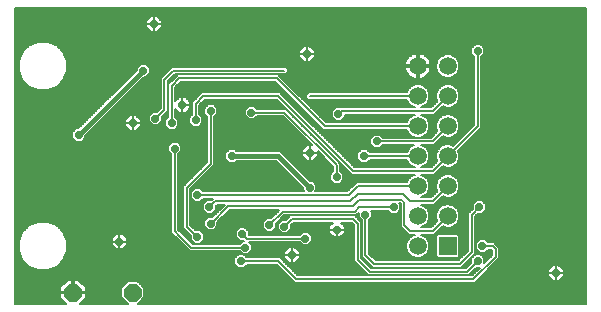
<source format=gbl>
G75*
%MOIN*%
%OFA0B0*%
%FSLAX25Y25*%
%IPPOS*%
%LPD*%
%AMOC8*
5,1,8,0,0,1.08239X$1,22.5*
%
%ADD10C,0.05937*%
%ADD11R,0.05937X0.05937*%
%ADD12OC8,0.05937*%
%ADD13OC8,0.02600*%
%ADD14C,0.01600*%
%ADD15C,0.00600*%
D10*
X0140765Y0048479D03*
X0140765Y0058479D03*
X0150765Y0058479D03*
X0150765Y0068479D03*
X0140765Y0068479D03*
X0140765Y0078479D03*
X0150765Y0078479D03*
X0150765Y0088479D03*
X0140765Y0088479D03*
X0140765Y0098479D03*
X0150765Y0098479D03*
X0150765Y0108479D03*
X0140765Y0108479D03*
D11*
X0150765Y0048479D03*
D12*
X0045765Y0032979D03*
X0025765Y0032979D03*
D13*
X0041265Y0049979D03*
X0067265Y0051479D03*
X0071765Y0055979D03*
X0071265Y0061479D03*
X0067265Y0065479D03*
X0082265Y0052479D03*
X0083265Y0047979D03*
X0081765Y0043479D03*
X0091265Y0055479D03*
X0096265Y0054979D03*
X0103265Y0050979D03*
X0098765Y0045479D03*
X0113765Y0053979D03*
X0123265Y0058979D03*
X0132765Y0061479D03*
X0113765Y0071479D03*
X0104765Y0067979D03*
X0104765Y0079479D03*
X0114265Y0092479D03*
X0127186Y0083401D03*
X0122765Y0078479D03*
X0085265Y0092979D03*
X0071765Y0093479D03*
X0066765Y0090479D03*
X0062265Y0095479D03*
X0058765Y0089479D03*
X0053265Y0090979D03*
X0045765Y0089479D03*
X0059765Y0080979D03*
X0078765Y0078479D03*
X0049265Y0106979D03*
X0052765Y0122479D03*
X0027765Y0085479D03*
X0103765Y0112479D03*
X0160765Y0113479D03*
X0161265Y0061479D03*
X0162265Y0048479D03*
X0160765Y0043479D03*
X0186765Y0039479D03*
D14*
X0104765Y0067979D02*
X0094265Y0078479D01*
X0078765Y0078479D01*
X0049265Y0106979D02*
X0027765Y0085479D01*
D15*
X0006565Y0127679D02*
X0006565Y0029279D01*
X0023428Y0029279D01*
X0021496Y0031211D01*
X0021496Y0032679D01*
X0025465Y0032679D01*
X0025465Y0033279D01*
X0021496Y0033279D01*
X0021496Y0034748D01*
X0023996Y0037248D01*
X0025465Y0037248D01*
X0025465Y0033279D01*
X0026065Y0033279D01*
X0030033Y0033279D01*
X0030033Y0034748D01*
X0027533Y0037248D01*
X0026065Y0037248D01*
X0026065Y0033279D01*
X0026065Y0032679D01*
X0030033Y0032679D01*
X0030033Y0031211D01*
X0028101Y0029279D01*
X0043994Y0029279D01*
X0041896Y0031377D01*
X0041896Y0034582D01*
X0044162Y0036848D01*
X0047367Y0036848D01*
X0049633Y0034582D01*
X0049633Y0031377D01*
X0047535Y0029279D01*
X0196965Y0029279D01*
X0196965Y0127679D01*
X0006565Y0127679D01*
X0006565Y0127557D02*
X0196965Y0127557D01*
X0196965Y0126959D02*
X0006565Y0126959D01*
X0006565Y0126360D02*
X0196965Y0126360D01*
X0196965Y0125762D02*
X0006565Y0125762D01*
X0006565Y0125163D02*
X0196965Y0125163D01*
X0196965Y0124565D02*
X0054356Y0124565D01*
X0053842Y0125079D02*
X0055365Y0123556D01*
X0055365Y0122479D01*
X0052765Y0122479D01*
X0052765Y0122479D01*
X0052765Y0119879D01*
X0053842Y0119879D01*
X0055365Y0121402D01*
X0055365Y0122479D01*
X0052765Y0122479D01*
X0052764Y0122479D01*
X0050165Y0122479D01*
X0050165Y0121402D01*
X0051688Y0119879D01*
X0052764Y0119879D01*
X0052764Y0122479D01*
X0052764Y0122479D01*
X0050165Y0122479D01*
X0050165Y0123556D01*
X0051688Y0125079D01*
X0052764Y0125079D01*
X0052764Y0122480D01*
X0052765Y0122480D01*
X0052765Y0125079D01*
X0053842Y0125079D01*
X0052765Y0124565D02*
X0052764Y0124565D01*
X0052764Y0123966D02*
X0052765Y0123966D01*
X0052764Y0123368D02*
X0052765Y0123368D01*
X0052764Y0122769D02*
X0052765Y0122769D01*
X0052764Y0122171D02*
X0052765Y0122171D01*
X0052764Y0121572D02*
X0052765Y0121572D01*
X0052764Y0120974D02*
X0052765Y0120974D01*
X0052764Y0120375D02*
X0052765Y0120375D01*
X0054337Y0120375D02*
X0196965Y0120375D01*
X0196965Y0119777D02*
X0006565Y0119777D01*
X0006565Y0120375D02*
X0051192Y0120375D01*
X0050593Y0120974D02*
X0006565Y0120974D01*
X0006565Y0121572D02*
X0050165Y0121572D01*
X0050165Y0122171D02*
X0006565Y0122171D01*
X0006565Y0122769D02*
X0050165Y0122769D01*
X0050165Y0123368D02*
X0006565Y0123368D01*
X0006565Y0123966D02*
X0050574Y0123966D01*
X0051173Y0124565D02*
X0006565Y0124565D01*
X0006565Y0119178D02*
X0196965Y0119178D01*
X0196965Y0118580D02*
X0006565Y0118580D01*
X0006565Y0117981D02*
X0196965Y0117981D01*
X0196965Y0117383D02*
X0006565Y0117383D01*
X0006565Y0116784D02*
X0196965Y0116784D01*
X0196965Y0116186D02*
X0018324Y0116186D01*
X0017376Y0116579D02*
X0014154Y0116579D01*
X0011177Y0115346D01*
X0008898Y0113067D01*
X0007665Y0110090D01*
X0007665Y0106868D01*
X0008898Y0103892D01*
X0011177Y0101613D01*
X0014154Y0100380D01*
X0017376Y0100380D01*
X0020352Y0101613D01*
X0022631Y0103892D01*
X0023864Y0106868D01*
X0023864Y0110090D01*
X0022631Y0113067D01*
X0020352Y0115346D01*
X0017376Y0116579D01*
X0019769Y0115587D02*
X0159761Y0115587D01*
X0159853Y0115679D02*
X0158565Y0114391D01*
X0158565Y0112568D01*
X0159565Y0111568D01*
X0159565Y0088976D01*
X0152525Y0081937D01*
X0151534Y0082348D01*
X0149995Y0082348D01*
X0148573Y0081759D01*
X0147485Y0080671D01*
X0146896Y0079249D01*
X0146896Y0077710D01*
X0147307Y0076719D01*
X0145268Y0074679D01*
X0141699Y0074679D01*
X0142956Y0075200D01*
X0144044Y0076288D01*
X0144633Y0077710D01*
X0144633Y0079249D01*
X0144044Y0080671D01*
X0142956Y0081759D01*
X0141889Y0082201D01*
X0146183Y0082201D01*
X0149004Y0085022D01*
X0149995Y0084611D01*
X0151534Y0084611D01*
X0152956Y0085200D01*
X0154044Y0086288D01*
X0154633Y0087710D01*
X0154633Y0089249D01*
X0154044Y0090671D01*
X0152956Y0091759D01*
X0151534Y0092348D01*
X0149995Y0092348D01*
X0148573Y0091759D01*
X0147485Y0090671D01*
X0146896Y0089249D01*
X0146896Y0087710D01*
X0147307Y0086719D01*
X0145189Y0084601D01*
X0129097Y0084601D01*
X0128097Y0085601D01*
X0126275Y0085601D01*
X0124986Y0084312D01*
X0124986Y0082489D01*
X0126275Y0081201D01*
X0128097Y0081201D01*
X0129097Y0082201D01*
X0139640Y0082201D01*
X0138573Y0081759D01*
X0137485Y0080671D01*
X0137074Y0079679D01*
X0124676Y0079679D01*
X0123676Y0080679D01*
X0121853Y0080679D01*
X0120565Y0079391D01*
X0120565Y0077568D01*
X0121853Y0076279D01*
X0123676Y0076279D01*
X0124676Y0077279D01*
X0137074Y0077279D01*
X0137485Y0076288D01*
X0138573Y0075200D01*
X0139830Y0074679D01*
X0119762Y0074679D01*
X0095465Y0098976D01*
X0094762Y0099679D01*
X0068768Y0099679D01*
X0066268Y0097179D01*
X0065565Y0096476D01*
X0065565Y0092391D01*
X0064565Y0091391D01*
X0064565Y0089568D01*
X0065853Y0088279D01*
X0067676Y0088279D01*
X0068965Y0089568D01*
X0068965Y0091391D01*
X0067965Y0092391D01*
X0067965Y0095482D01*
X0069762Y0097279D01*
X0093768Y0097279D01*
X0118768Y0072279D01*
X0139830Y0072279D01*
X0138573Y0071759D01*
X0137485Y0070671D01*
X0137074Y0069679D01*
X0120268Y0069679D01*
X0119565Y0068976D01*
X0117268Y0066679D01*
X0106576Y0066679D01*
X0106965Y0067068D01*
X0106965Y0068891D01*
X0105676Y0070179D01*
X0104969Y0070179D01*
X0094969Y0080179D01*
X0080176Y0080179D01*
X0079676Y0080679D01*
X0077853Y0080679D01*
X0076565Y0079391D01*
X0076565Y0077568D01*
X0077853Y0076279D01*
X0079676Y0076279D01*
X0080176Y0076779D01*
X0093560Y0076779D01*
X0102565Y0067775D01*
X0102565Y0067068D01*
X0102953Y0066679D01*
X0069176Y0066679D01*
X0068176Y0067679D01*
X0066353Y0067679D01*
X0065065Y0066391D01*
X0065065Y0064568D01*
X0066353Y0063279D01*
X0068176Y0063279D01*
X0069176Y0064279D01*
X0072368Y0064279D01*
X0072065Y0063976D01*
X0071768Y0063679D01*
X0070353Y0063679D01*
X0069065Y0062391D01*
X0069065Y0060568D01*
X0070353Y0059279D01*
X0072176Y0059279D01*
X0073465Y0060568D01*
X0073465Y0061982D01*
X0073762Y0062279D01*
X0076368Y0062279D01*
X0072268Y0058179D01*
X0070853Y0058179D01*
X0069565Y0056891D01*
X0069565Y0055068D01*
X0070853Y0053779D01*
X0072676Y0053779D01*
X0073965Y0055068D01*
X0073965Y0056482D01*
X0078012Y0060529D01*
X0094618Y0060529D01*
X0094565Y0060476D01*
X0091768Y0057679D01*
X0090353Y0057679D01*
X0089065Y0056391D01*
X0089065Y0054568D01*
X0090353Y0053279D01*
X0092176Y0053279D01*
X0093465Y0054568D01*
X0093465Y0055982D01*
X0096262Y0058779D01*
X0120262Y0058779D01*
X0121065Y0059582D01*
X0121065Y0058068D01*
X0122065Y0057068D01*
X0122065Y0044982D01*
X0125065Y0041982D01*
X0125768Y0041279D01*
X0155262Y0041279D01*
X0159262Y0045279D01*
X0159965Y0045982D01*
X0159965Y0058482D01*
X0160762Y0059279D01*
X0162176Y0059279D01*
X0163465Y0060568D01*
X0163465Y0062391D01*
X0162176Y0063679D01*
X0160353Y0063679D01*
X0159065Y0062391D01*
X0159065Y0060976D01*
X0157565Y0059476D01*
X0157565Y0046976D01*
X0154268Y0043679D01*
X0126762Y0043679D01*
X0124465Y0045976D01*
X0124465Y0057068D01*
X0125465Y0058068D01*
X0125465Y0059891D01*
X0125076Y0060279D01*
X0130853Y0060279D01*
X0131853Y0059279D01*
X0133676Y0059279D01*
X0134965Y0060568D01*
X0134965Y0062391D01*
X0134576Y0062779D01*
X0134768Y0062779D01*
X0135065Y0062482D01*
X0135065Y0054982D01*
X0137065Y0052982D01*
X0137768Y0052279D01*
X0139830Y0052279D01*
X0138573Y0051759D01*
X0137485Y0050671D01*
X0136896Y0049249D01*
X0136896Y0047710D01*
X0137485Y0046288D01*
X0138573Y0045200D01*
X0139995Y0044611D01*
X0141534Y0044611D01*
X0142956Y0045200D01*
X0144044Y0046288D01*
X0144633Y0047710D01*
X0144633Y0049249D01*
X0144044Y0050671D01*
X0142956Y0051759D01*
X0141699Y0052279D01*
X0146262Y0052279D01*
X0149004Y0055022D01*
X0149995Y0054611D01*
X0151534Y0054611D01*
X0152956Y0055200D01*
X0154044Y0056288D01*
X0154633Y0057710D01*
X0154633Y0059249D01*
X0154044Y0060671D01*
X0152956Y0061759D01*
X0151534Y0062348D01*
X0149995Y0062348D01*
X0148573Y0061759D01*
X0147485Y0060671D01*
X0146896Y0059249D01*
X0146896Y0057710D01*
X0147307Y0056719D01*
X0145268Y0054679D01*
X0141699Y0054679D01*
X0142956Y0055200D01*
X0144044Y0056288D01*
X0144633Y0057710D01*
X0144633Y0059249D01*
X0144044Y0060671D01*
X0142956Y0061759D01*
X0141699Y0062279D01*
X0146262Y0062279D01*
X0149004Y0065022D01*
X0149995Y0064611D01*
X0151534Y0064611D01*
X0152956Y0065200D01*
X0154044Y0066288D01*
X0154633Y0067710D01*
X0154633Y0069249D01*
X0154044Y0070671D01*
X0152956Y0071759D01*
X0151534Y0072348D01*
X0149995Y0072348D01*
X0148573Y0071759D01*
X0147485Y0070671D01*
X0146896Y0069249D01*
X0146896Y0067710D01*
X0147307Y0066719D01*
X0145268Y0064679D01*
X0141699Y0064679D01*
X0142956Y0065200D01*
X0144044Y0066288D01*
X0144633Y0067710D01*
X0144633Y0069249D01*
X0144044Y0070671D01*
X0142956Y0071759D01*
X0141699Y0072279D01*
X0146262Y0072279D01*
X0146965Y0072982D01*
X0149004Y0075022D01*
X0149995Y0074611D01*
X0151534Y0074611D01*
X0152956Y0075200D01*
X0154044Y0076288D01*
X0154633Y0077710D01*
X0154633Y0079249D01*
X0154222Y0080240D01*
X0161965Y0087982D01*
X0161965Y0111568D01*
X0162965Y0112568D01*
X0162965Y0114391D01*
X0161676Y0115679D01*
X0159853Y0115679D01*
X0159163Y0114989D02*
X0104932Y0114989D01*
X0104842Y0115079D02*
X0103765Y0115079D01*
X0103765Y0112480D01*
X0103764Y0112480D01*
X0103764Y0112479D02*
X0103764Y0112479D01*
X0101165Y0112479D01*
X0101165Y0111402D01*
X0102688Y0109879D01*
X0103764Y0109879D01*
X0103764Y0112479D01*
X0103765Y0112479D01*
X0103765Y0112479D01*
X0106365Y0112479D01*
X0106365Y0111402D01*
X0104842Y0109879D01*
X0103765Y0109879D01*
X0103765Y0112479D01*
X0106365Y0112479D01*
X0106365Y0113556D01*
X0104842Y0115079D01*
X0105531Y0114390D02*
X0158565Y0114390D01*
X0158565Y0113792D02*
X0106129Y0113792D01*
X0106365Y0113193D02*
X0158565Y0113193D01*
X0158565Y0112595D02*
X0141913Y0112595D01*
X0141764Y0112643D02*
X0141101Y0112748D01*
X0141065Y0112748D01*
X0141065Y0108779D01*
X0145033Y0108779D01*
X0145033Y0108815D01*
X0144928Y0109479D01*
X0144720Y0110118D01*
X0144415Y0110717D01*
X0144020Y0111260D01*
X0143545Y0111735D01*
X0143002Y0112130D01*
X0142403Y0112435D01*
X0141764Y0112643D01*
X0141065Y0112595D02*
X0140465Y0112595D01*
X0140465Y0112748D02*
X0140429Y0112748D01*
X0139765Y0112643D01*
X0139126Y0112435D01*
X0138527Y0112130D01*
X0137984Y0111735D01*
X0137509Y0111260D01*
X0137114Y0110717D01*
X0136809Y0110118D01*
X0136601Y0109479D01*
X0136496Y0108815D01*
X0136496Y0108779D01*
X0140465Y0108779D01*
X0140465Y0108179D01*
X0141065Y0108179D01*
X0141065Y0108779D01*
X0140465Y0108779D01*
X0140465Y0112748D01*
X0140465Y0111996D02*
X0141065Y0111996D01*
X0141065Y0111398D02*
X0140465Y0111398D01*
X0140465Y0110799D02*
X0141065Y0110799D01*
X0141065Y0110201D02*
X0140465Y0110201D01*
X0140465Y0109602D02*
X0141065Y0109602D01*
X0141065Y0109004D02*
X0140465Y0109004D01*
X0140465Y0108405D02*
X0050950Y0108405D01*
X0051465Y0107891D02*
X0050176Y0109179D01*
X0048353Y0109179D01*
X0047065Y0107891D01*
X0047065Y0107184D01*
X0027560Y0087679D01*
X0026853Y0087679D01*
X0025565Y0086391D01*
X0025565Y0084568D01*
X0026853Y0083279D01*
X0028676Y0083279D01*
X0029965Y0084568D01*
X0029965Y0085275D01*
X0049469Y0104779D01*
X0050176Y0104779D01*
X0051465Y0106068D01*
X0051465Y0107891D01*
X0051465Y0107806D02*
X0058395Y0107806D01*
X0058065Y0107476D02*
X0055065Y0104476D01*
X0055065Y0094476D01*
X0053768Y0093179D01*
X0052353Y0093179D01*
X0051065Y0091891D01*
X0051065Y0090068D01*
X0052353Y0088779D01*
X0054176Y0088779D01*
X0055465Y0090068D01*
X0055465Y0091482D01*
X0056762Y0092779D01*
X0057465Y0093482D01*
X0057465Y0103482D01*
X0059762Y0105779D01*
X0096762Y0105779D01*
X0097465Y0106482D01*
X0097465Y0107476D01*
X0096762Y0108179D01*
X0058768Y0108179D01*
X0058065Y0107476D01*
X0057796Y0107208D02*
X0051465Y0107208D01*
X0051465Y0106609D02*
X0057198Y0106609D01*
X0056599Y0106011D02*
X0051407Y0106011D01*
X0050809Y0105412D02*
X0056001Y0105412D01*
X0055402Y0104814D02*
X0050210Y0104814D01*
X0048905Y0104215D02*
X0055065Y0104215D01*
X0055065Y0103617D02*
X0048306Y0103617D01*
X0047708Y0103018D02*
X0055065Y0103018D01*
X0055065Y0102420D02*
X0047109Y0102420D01*
X0046511Y0101821D02*
X0055065Y0101821D01*
X0055065Y0101223D02*
X0045912Y0101223D01*
X0045314Y0100624D02*
X0055065Y0100624D01*
X0055065Y0100026D02*
X0044715Y0100026D01*
X0044117Y0099427D02*
X0055065Y0099427D01*
X0055065Y0098829D02*
X0043518Y0098829D01*
X0042920Y0098230D02*
X0055065Y0098230D01*
X0055065Y0097632D02*
X0042321Y0097632D01*
X0041723Y0097033D02*
X0055065Y0097033D01*
X0055065Y0096435D02*
X0041124Y0096435D01*
X0040526Y0095836D02*
X0055065Y0095836D01*
X0055065Y0095238D02*
X0039927Y0095238D01*
X0039329Y0094639D02*
X0055065Y0094639D01*
X0054629Y0094041D02*
X0038730Y0094041D01*
X0038132Y0093442D02*
X0054030Y0093442D01*
X0052018Y0092844D02*
X0037533Y0092844D01*
X0036934Y0092245D02*
X0051419Y0092245D01*
X0051065Y0091647D02*
X0047274Y0091647D01*
X0046842Y0092079D02*
X0045765Y0092079D01*
X0045765Y0089480D01*
X0045764Y0089480D01*
X0045764Y0089479D02*
X0045764Y0089479D01*
X0043165Y0089479D01*
X0043165Y0088402D01*
X0044688Y0086879D01*
X0045764Y0086879D01*
X0045764Y0089479D01*
X0045765Y0089479D01*
X0045765Y0089479D01*
X0048365Y0089479D01*
X0048365Y0088402D01*
X0046842Y0086879D01*
X0045765Y0086879D01*
X0045765Y0089479D01*
X0048365Y0089479D01*
X0048365Y0090556D01*
X0046842Y0092079D01*
X0045764Y0092079D02*
X0045764Y0089480D01*
X0045764Y0089479D02*
X0043165Y0089479D01*
X0043165Y0090556D01*
X0044688Y0092079D01*
X0045764Y0092079D01*
X0045764Y0091647D02*
X0045765Y0091647D01*
X0045764Y0091048D02*
X0045765Y0091048D01*
X0045764Y0090450D02*
X0045765Y0090450D01*
X0045764Y0089851D02*
X0045765Y0089851D01*
X0045764Y0089253D02*
X0045765Y0089253D01*
X0045764Y0088654D02*
X0045765Y0088654D01*
X0045764Y0088056D02*
X0045765Y0088056D01*
X0045764Y0087457D02*
X0045765Y0087457D01*
X0047419Y0087457D02*
X0057676Y0087457D01*
X0057853Y0087279D02*
X0059676Y0087279D01*
X0060965Y0088568D01*
X0060965Y0090391D01*
X0059965Y0091391D01*
X0059965Y0094103D01*
X0061188Y0092879D01*
X0062264Y0092879D01*
X0062264Y0095479D01*
X0062265Y0095479D01*
X0062265Y0095479D01*
X0064865Y0095479D01*
X0064865Y0094402D01*
X0063342Y0092879D01*
X0062265Y0092879D01*
X0062265Y0095479D01*
X0064865Y0095479D01*
X0064865Y0096556D01*
X0063342Y0098079D01*
X0062265Y0098079D01*
X0062265Y0095480D01*
X0062264Y0095480D01*
X0062264Y0098079D01*
X0061188Y0098079D01*
X0059965Y0096856D01*
X0059965Y0101482D01*
X0061762Y0103279D01*
X0093268Y0103279D01*
X0109268Y0087279D01*
X0137074Y0087279D01*
X0137485Y0086288D01*
X0138573Y0085200D01*
X0139995Y0084611D01*
X0141534Y0084611D01*
X0142956Y0085200D01*
X0144044Y0086288D01*
X0144633Y0087710D01*
X0144633Y0089249D01*
X0144044Y0090671D01*
X0142956Y0091759D01*
X0141699Y0092279D01*
X0146262Y0092279D01*
X0149004Y0095022D01*
X0149995Y0094611D01*
X0151534Y0094611D01*
X0152956Y0095200D01*
X0154044Y0096288D01*
X0154633Y0097710D01*
X0154633Y0099249D01*
X0154044Y0100671D01*
X0152956Y0101759D01*
X0151534Y0102348D01*
X0149995Y0102348D01*
X0148573Y0101759D01*
X0147485Y0100671D01*
X0146896Y0099249D01*
X0146896Y0097710D01*
X0147307Y0096719D01*
X0145268Y0094679D01*
X0141699Y0094679D01*
X0142956Y0095200D01*
X0144044Y0096288D01*
X0144633Y0097710D01*
X0144633Y0099249D01*
X0144044Y0100671D01*
X0142956Y0101759D01*
X0141534Y0102348D01*
X0139995Y0102348D01*
X0138573Y0101759D01*
X0137485Y0100671D01*
X0137074Y0099679D01*
X0104268Y0099679D01*
X0103565Y0098976D01*
X0103565Y0097982D01*
X0104268Y0097279D01*
X0137074Y0097279D01*
X0137485Y0096288D01*
X0138573Y0095200D01*
X0139830Y0094679D01*
X0113353Y0094679D01*
X0112065Y0093391D01*
X0112065Y0091568D01*
X0113353Y0090279D01*
X0115176Y0090279D01*
X0116465Y0091568D01*
X0116465Y0092279D01*
X0139830Y0092279D01*
X0138573Y0091759D01*
X0137485Y0090671D01*
X0137074Y0089679D01*
X0110262Y0089679D01*
X0094965Y0104976D01*
X0094262Y0105679D01*
X0060768Y0105679D01*
X0060065Y0104976D01*
X0057565Y0102476D01*
X0057565Y0091391D01*
X0056565Y0090391D01*
X0056565Y0088568D01*
X0057853Y0087279D01*
X0057077Y0088056D02*
X0048018Y0088056D01*
X0048365Y0088654D02*
X0056565Y0088654D01*
X0056565Y0089253D02*
X0054649Y0089253D01*
X0055248Y0089851D02*
X0056565Y0089851D01*
X0056624Y0090450D02*
X0055465Y0090450D01*
X0055465Y0091048D02*
X0057222Y0091048D01*
X0057565Y0091647D02*
X0055629Y0091647D01*
X0056227Y0092245D02*
X0057565Y0092245D01*
X0057565Y0092844D02*
X0056826Y0092844D01*
X0057424Y0093442D02*
X0057565Y0093442D01*
X0057565Y0094041D02*
X0057465Y0094041D01*
X0057465Y0094639D02*
X0057565Y0094639D01*
X0057565Y0095238D02*
X0057465Y0095238D01*
X0057465Y0095836D02*
X0057565Y0095836D01*
X0057565Y0096435D02*
X0057465Y0096435D01*
X0057465Y0097033D02*
X0057565Y0097033D01*
X0057565Y0097632D02*
X0057465Y0097632D01*
X0057465Y0098230D02*
X0057565Y0098230D01*
X0057565Y0098829D02*
X0057465Y0098829D01*
X0057465Y0099427D02*
X0057565Y0099427D01*
X0057565Y0100026D02*
X0057465Y0100026D01*
X0057465Y0100624D02*
X0057565Y0100624D01*
X0057565Y0101223D02*
X0057465Y0101223D01*
X0057465Y0101821D02*
X0057565Y0101821D01*
X0057565Y0102420D02*
X0057465Y0102420D01*
X0057465Y0103018D02*
X0058106Y0103018D01*
X0057599Y0103617D02*
X0058705Y0103617D01*
X0058198Y0104215D02*
X0059304Y0104215D01*
X0058796Y0104814D02*
X0059902Y0104814D01*
X0060065Y0104976D02*
X0060065Y0104976D01*
X0060501Y0105412D02*
X0059395Y0105412D01*
X0059265Y0106979D02*
X0096265Y0106979D01*
X0097135Y0107806D02*
X0136549Y0107806D01*
X0136601Y0107480D02*
X0136809Y0106841D01*
X0137114Y0106242D01*
X0137509Y0105699D01*
X0137984Y0105224D01*
X0138527Y0104829D01*
X0139126Y0104524D01*
X0139765Y0104316D01*
X0140429Y0104211D01*
X0140465Y0104211D01*
X0140465Y0108179D01*
X0136496Y0108179D01*
X0136496Y0108143D01*
X0136601Y0107480D01*
X0136690Y0107208D02*
X0097465Y0107208D01*
X0097465Y0106609D02*
X0136927Y0106609D01*
X0137282Y0106011D02*
X0096993Y0106011D01*
X0095726Y0104215D02*
X0140400Y0104215D01*
X0140465Y0104215D02*
X0141065Y0104215D01*
X0141065Y0104211D02*
X0141101Y0104211D01*
X0141764Y0104316D01*
X0142403Y0104524D01*
X0143002Y0104829D01*
X0143545Y0105224D01*
X0144020Y0105699D01*
X0144415Y0106242D01*
X0144720Y0106841D01*
X0144928Y0107480D01*
X0145033Y0108143D01*
X0145033Y0108179D01*
X0141065Y0108179D01*
X0141065Y0104211D01*
X0141129Y0104215D02*
X0159565Y0104215D01*
X0159565Y0103617D02*
X0096324Y0103617D01*
X0096923Y0103018D02*
X0159565Y0103018D01*
X0159565Y0102420D02*
X0097521Y0102420D01*
X0098120Y0101821D02*
X0138724Y0101821D01*
X0138037Y0101223D02*
X0098718Y0101223D01*
X0099317Y0100624D02*
X0137466Y0100624D01*
X0137218Y0100026D02*
X0099915Y0100026D01*
X0100514Y0099427D02*
X0104015Y0099427D01*
X0103565Y0098829D02*
X0101112Y0098829D01*
X0101711Y0098230D02*
X0103565Y0098230D01*
X0103915Y0097632D02*
X0102309Y0097632D01*
X0102908Y0097033D02*
X0137176Y0097033D01*
X0137424Y0096435D02*
X0103506Y0096435D01*
X0104105Y0095836D02*
X0137937Y0095836D01*
X0138535Y0095238D02*
X0104703Y0095238D01*
X0105302Y0094639D02*
X0113313Y0094639D01*
X0112715Y0094041D02*
X0105900Y0094041D01*
X0106499Y0093442D02*
X0112116Y0093442D01*
X0112065Y0092844D02*
X0107097Y0092844D01*
X0107696Y0092245D02*
X0112065Y0092245D01*
X0112065Y0091647D02*
X0108294Y0091647D01*
X0108893Y0091048D02*
X0112585Y0091048D01*
X0113183Y0090450D02*
X0109491Y0090450D01*
X0110090Y0089851D02*
X0137146Y0089851D01*
X0137393Y0090450D02*
X0115346Y0090450D01*
X0115945Y0091048D02*
X0137862Y0091048D01*
X0138461Y0091647D02*
X0116465Y0091647D01*
X0116465Y0092245D02*
X0139747Y0092245D01*
X0141782Y0092245D02*
X0149747Y0092245D01*
X0148461Y0091647D02*
X0143068Y0091647D01*
X0143667Y0091048D02*
X0147862Y0091048D01*
X0147393Y0090450D02*
X0144136Y0090450D01*
X0144384Y0089851D02*
X0147146Y0089851D01*
X0146898Y0089253D02*
X0144632Y0089253D01*
X0144633Y0088654D02*
X0146896Y0088654D01*
X0146896Y0088056D02*
X0144633Y0088056D01*
X0144528Y0087457D02*
X0147001Y0087457D01*
X0147249Y0086859D02*
X0144280Y0086859D01*
X0144016Y0086260D02*
X0146848Y0086260D01*
X0146250Y0085662D02*
X0143418Y0085662D01*
X0142626Y0085063D02*
X0145651Y0085063D01*
X0145686Y0083401D02*
X0150765Y0088479D01*
X0154384Y0089851D02*
X0159565Y0089851D01*
X0159565Y0089253D02*
X0154632Y0089253D01*
X0154633Y0088654D02*
X0159242Y0088654D01*
X0158644Y0088056D02*
X0154633Y0088056D01*
X0154528Y0087457D02*
X0158045Y0087457D01*
X0157447Y0086859D02*
X0154280Y0086859D01*
X0154016Y0086260D02*
X0156848Y0086260D01*
X0156250Y0085662D02*
X0153418Y0085662D01*
X0152626Y0085063D02*
X0155651Y0085063D01*
X0155053Y0084465D02*
X0148447Y0084465D01*
X0147848Y0083866D02*
X0154454Y0083866D01*
X0153856Y0083268D02*
X0147250Y0083268D01*
X0146651Y0082669D02*
X0153257Y0082669D01*
X0152659Y0082071D02*
X0152204Y0082071D01*
X0154257Y0080275D02*
X0196965Y0080275D01*
X0196965Y0080873D02*
X0154856Y0080873D01*
X0155454Y0081472D02*
X0196965Y0081472D01*
X0196965Y0082071D02*
X0156053Y0082071D01*
X0156651Y0082669D02*
X0196965Y0082669D01*
X0196965Y0083268D02*
X0157250Y0083268D01*
X0157848Y0083866D02*
X0196965Y0083866D01*
X0196965Y0084465D02*
X0158447Y0084465D01*
X0159045Y0085063D02*
X0196965Y0085063D01*
X0196965Y0085662D02*
X0159644Y0085662D01*
X0160242Y0086260D02*
X0196965Y0086260D01*
X0196965Y0086859D02*
X0160841Y0086859D01*
X0161439Y0087457D02*
X0196965Y0087457D01*
X0196965Y0088056D02*
X0161965Y0088056D01*
X0161965Y0088654D02*
X0196965Y0088654D01*
X0196965Y0089253D02*
X0161965Y0089253D01*
X0161965Y0089851D02*
X0196965Y0089851D01*
X0196965Y0090450D02*
X0161965Y0090450D01*
X0161965Y0091048D02*
X0196965Y0091048D01*
X0196965Y0091647D02*
X0161965Y0091647D01*
X0161965Y0092245D02*
X0196965Y0092245D01*
X0196965Y0092844D02*
X0161965Y0092844D01*
X0161965Y0093442D02*
X0196965Y0093442D01*
X0196965Y0094041D02*
X0161965Y0094041D01*
X0161965Y0094639D02*
X0196965Y0094639D01*
X0196965Y0095238D02*
X0161965Y0095238D01*
X0161965Y0095836D02*
X0196965Y0095836D01*
X0196965Y0096435D02*
X0161965Y0096435D01*
X0161965Y0097033D02*
X0196965Y0097033D01*
X0196965Y0097632D02*
X0161965Y0097632D01*
X0161965Y0098230D02*
X0196965Y0098230D01*
X0196965Y0098829D02*
X0161965Y0098829D01*
X0161965Y0099427D02*
X0196965Y0099427D01*
X0196965Y0100026D02*
X0161965Y0100026D01*
X0161965Y0100624D02*
X0196965Y0100624D01*
X0196965Y0101223D02*
X0161965Y0101223D01*
X0161965Y0101821D02*
X0196965Y0101821D01*
X0196965Y0102420D02*
X0161965Y0102420D01*
X0161965Y0103018D02*
X0196965Y0103018D01*
X0196965Y0103617D02*
X0161965Y0103617D01*
X0161965Y0104215D02*
X0196965Y0104215D01*
X0196965Y0104814D02*
X0161965Y0104814D01*
X0161965Y0105412D02*
X0196965Y0105412D01*
X0196965Y0106011D02*
X0161965Y0106011D01*
X0161965Y0106609D02*
X0196965Y0106609D01*
X0196965Y0107208D02*
X0161965Y0107208D01*
X0161965Y0107806D02*
X0196965Y0107806D01*
X0196965Y0108405D02*
X0161965Y0108405D01*
X0161965Y0109004D02*
X0196965Y0109004D01*
X0196965Y0109602D02*
X0161965Y0109602D01*
X0161965Y0110201D02*
X0196965Y0110201D01*
X0196965Y0110799D02*
X0161965Y0110799D01*
X0161965Y0111398D02*
X0196965Y0111398D01*
X0196965Y0111996D02*
X0162392Y0111996D01*
X0162965Y0112595D02*
X0196965Y0112595D01*
X0196965Y0113193D02*
X0162965Y0113193D01*
X0162965Y0113792D02*
X0196965Y0113792D01*
X0196965Y0114390D02*
X0162965Y0114390D01*
X0162367Y0114989D02*
X0196965Y0114989D01*
X0196965Y0115587D02*
X0161768Y0115587D01*
X0160765Y0113479D02*
X0160765Y0097979D01*
X0160765Y0088479D01*
X0150765Y0078479D01*
X0145765Y0073479D01*
X0130765Y0073479D01*
X0123265Y0073479D01*
X0119265Y0073479D01*
X0094265Y0098479D01*
X0077265Y0098479D01*
X0069265Y0098479D01*
X0066765Y0095979D01*
X0066765Y0090479D01*
X0064565Y0090450D02*
X0060906Y0090450D01*
X0060965Y0089851D02*
X0064565Y0089851D01*
X0064880Y0089253D02*
X0060965Y0089253D01*
X0060965Y0088654D02*
X0065479Y0088654D01*
X0068051Y0088654D02*
X0070565Y0088654D01*
X0070565Y0088056D02*
X0060452Y0088056D01*
X0059853Y0087457D02*
X0070565Y0087457D01*
X0070565Y0086859D02*
X0031548Y0086859D01*
X0032146Y0087457D02*
X0044110Y0087457D01*
X0043511Y0088056D02*
X0032745Y0088056D01*
X0033343Y0088654D02*
X0043165Y0088654D01*
X0043165Y0089253D02*
X0033942Y0089253D01*
X0034540Y0089851D02*
X0043165Y0089851D01*
X0043165Y0090450D02*
X0035139Y0090450D01*
X0035737Y0091048D02*
X0043656Y0091048D01*
X0044255Y0091647D02*
X0036336Y0091647D01*
X0033922Y0094041D02*
X0006565Y0094041D01*
X0006565Y0094639D02*
X0034520Y0094639D01*
X0035119Y0095238D02*
X0006565Y0095238D01*
X0006565Y0095836D02*
X0035717Y0095836D01*
X0036316Y0096435D02*
X0006565Y0096435D01*
X0006565Y0097033D02*
X0036914Y0097033D01*
X0037513Y0097632D02*
X0006565Y0097632D01*
X0006565Y0098230D02*
X0038111Y0098230D01*
X0038710Y0098829D02*
X0006565Y0098829D01*
X0006565Y0099427D02*
X0039308Y0099427D01*
X0039907Y0100026D02*
X0006565Y0100026D01*
X0006565Y0100624D02*
X0013564Y0100624D01*
X0012119Y0101223D02*
X0006565Y0101223D01*
X0006565Y0101821D02*
X0010969Y0101821D01*
X0010370Y0102420D02*
X0006565Y0102420D01*
X0006565Y0103018D02*
X0009772Y0103018D01*
X0009173Y0103617D02*
X0006565Y0103617D01*
X0006565Y0104215D02*
X0008764Y0104215D01*
X0008516Y0104814D02*
X0006565Y0104814D01*
X0006565Y0105412D02*
X0008268Y0105412D01*
X0008021Y0106011D02*
X0006565Y0106011D01*
X0006565Y0106609D02*
X0007773Y0106609D01*
X0007665Y0107208D02*
X0006565Y0107208D01*
X0006565Y0107806D02*
X0007665Y0107806D01*
X0007665Y0108405D02*
X0006565Y0108405D01*
X0006565Y0109004D02*
X0007665Y0109004D01*
X0007665Y0109602D02*
X0006565Y0109602D01*
X0006565Y0110201D02*
X0007711Y0110201D01*
X0007959Y0110799D02*
X0006565Y0110799D01*
X0006565Y0111398D02*
X0008207Y0111398D01*
X0008455Y0111996D02*
X0006565Y0111996D01*
X0006565Y0112595D02*
X0008703Y0112595D01*
X0009024Y0113193D02*
X0006565Y0113193D01*
X0006565Y0113792D02*
X0009623Y0113792D01*
X0010221Y0114390D02*
X0006565Y0114390D01*
X0006565Y0114989D02*
X0010820Y0114989D01*
X0011760Y0115587D02*
X0006565Y0115587D01*
X0006565Y0116186D02*
X0013205Y0116186D01*
X0020709Y0114989D02*
X0102597Y0114989D01*
X0102688Y0115079D02*
X0101165Y0113556D01*
X0101165Y0112479D01*
X0103764Y0112479D01*
X0103764Y0112480D02*
X0103764Y0115079D01*
X0102688Y0115079D01*
X0101998Y0114390D02*
X0021308Y0114390D01*
X0021906Y0113792D02*
X0101400Y0113792D01*
X0101165Y0113193D02*
X0022505Y0113193D01*
X0022827Y0112595D02*
X0101165Y0112595D01*
X0101165Y0111996D02*
X0023074Y0111996D01*
X0023322Y0111398D02*
X0101169Y0111398D01*
X0101768Y0110799D02*
X0023570Y0110799D01*
X0023818Y0110201D02*
X0102367Y0110201D01*
X0103764Y0110201D02*
X0103765Y0110201D01*
X0103764Y0110799D02*
X0103765Y0110799D01*
X0103764Y0111398D02*
X0103765Y0111398D01*
X0103764Y0111996D02*
X0103765Y0111996D01*
X0103764Y0112595D02*
X0103765Y0112595D01*
X0103764Y0113193D02*
X0103765Y0113193D01*
X0103764Y0113792D02*
X0103765Y0113792D01*
X0103764Y0114390D02*
X0103765Y0114390D01*
X0103764Y0114989D02*
X0103765Y0114989D01*
X0106365Y0112595D02*
X0139617Y0112595D01*
X0138343Y0111996D02*
X0106365Y0111996D01*
X0106360Y0111398D02*
X0137646Y0111398D01*
X0137174Y0110799D02*
X0105761Y0110799D01*
X0105163Y0110201D02*
X0136851Y0110201D01*
X0136641Y0109602D02*
X0023864Y0109602D01*
X0023864Y0109004D02*
X0048177Y0109004D01*
X0047579Y0108405D02*
X0023864Y0108405D01*
X0023864Y0107806D02*
X0047065Y0107806D01*
X0047065Y0107208D02*
X0023864Y0107208D01*
X0023757Y0106609D02*
X0046490Y0106609D01*
X0045892Y0106011D02*
X0023509Y0106011D01*
X0023261Y0105412D02*
X0045293Y0105412D01*
X0044695Y0104814D02*
X0023013Y0104814D01*
X0022765Y0104215D02*
X0044096Y0104215D01*
X0043498Y0103617D02*
X0022356Y0103617D01*
X0021758Y0103018D02*
X0042899Y0103018D01*
X0042301Y0102420D02*
X0021159Y0102420D01*
X0020561Y0101821D02*
X0041702Y0101821D01*
X0041104Y0101223D02*
X0019410Y0101223D01*
X0017965Y0100624D02*
X0040505Y0100624D01*
X0033323Y0093442D02*
X0006565Y0093442D01*
X0006565Y0092844D02*
X0032725Y0092844D01*
X0032126Y0092245D02*
X0006565Y0092245D01*
X0006565Y0091647D02*
X0031528Y0091647D01*
X0030929Y0091048D02*
X0006565Y0091048D01*
X0006565Y0090450D02*
X0030331Y0090450D01*
X0029732Y0089851D02*
X0006565Y0089851D01*
X0006565Y0089253D02*
X0029134Y0089253D01*
X0028535Y0088654D02*
X0006565Y0088654D01*
X0006565Y0088056D02*
X0027937Y0088056D01*
X0026631Y0087457D02*
X0006565Y0087457D01*
X0006565Y0086859D02*
X0026032Y0086859D01*
X0025565Y0086260D02*
X0006565Y0086260D01*
X0006565Y0085662D02*
X0025565Y0085662D01*
X0025565Y0085063D02*
X0006565Y0085063D01*
X0006565Y0084465D02*
X0025668Y0084465D01*
X0026267Y0083866D02*
X0006565Y0083866D01*
X0006565Y0083268D02*
X0070565Y0083268D01*
X0070565Y0083866D02*
X0029262Y0083866D01*
X0029861Y0084465D02*
X0070565Y0084465D01*
X0070565Y0085063D02*
X0029965Y0085063D01*
X0030351Y0085662D02*
X0070565Y0085662D01*
X0070565Y0086260D02*
X0030949Y0086260D01*
X0047873Y0091048D02*
X0051065Y0091048D01*
X0051065Y0090450D02*
X0048365Y0090450D01*
X0048365Y0089851D02*
X0051282Y0089851D01*
X0051880Y0089253D02*
X0048365Y0089253D01*
X0053265Y0090979D02*
X0056265Y0093979D01*
X0056265Y0103979D01*
X0059265Y0106979D01*
X0061265Y0104479D02*
X0093765Y0104479D01*
X0109765Y0088479D01*
X0115765Y0088479D01*
X0120765Y0088479D01*
X0140765Y0088479D01*
X0138112Y0085662D02*
X0108779Y0085662D01*
X0108181Y0086260D02*
X0137513Y0086260D01*
X0137249Y0086859D02*
X0107582Y0086859D01*
X0106984Y0087457D02*
X0109090Y0087457D01*
X0108491Y0088056D02*
X0106385Y0088056D01*
X0105787Y0088654D02*
X0107893Y0088654D01*
X0107294Y0089253D02*
X0105188Y0089253D01*
X0104590Y0089851D02*
X0106696Y0089851D01*
X0106097Y0090450D02*
X0103991Y0090450D01*
X0103393Y0091048D02*
X0105499Y0091048D01*
X0104900Y0091647D02*
X0102794Y0091647D01*
X0102196Y0092245D02*
X0104302Y0092245D01*
X0103703Y0092844D02*
X0101597Y0092844D01*
X0100999Y0093442D02*
X0103105Y0093442D01*
X0102506Y0094041D02*
X0100400Y0094041D01*
X0099802Y0094639D02*
X0101908Y0094639D01*
X0101309Y0095238D02*
X0099203Y0095238D01*
X0098605Y0095836D02*
X0100711Y0095836D01*
X0100112Y0096435D02*
X0098006Y0096435D01*
X0097408Y0097033D02*
X0099514Y0097033D01*
X0098915Y0097632D02*
X0096809Y0097632D01*
X0096211Y0098230D02*
X0098317Y0098230D01*
X0097718Y0098829D02*
X0095612Y0098829D01*
X0095014Y0099427D02*
X0097120Y0099427D01*
X0096521Y0100026D02*
X0059965Y0100026D01*
X0059965Y0100624D02*
X0095923Y0100624D01*
X0095324Y0101223D02*
X0059965Y0101223D01*
X0060304Y0101821D02*
X0094726Y0101821D01*
X0094127Y0102420D02*
X0060902Y0102420D01*
X0061501Y0103018D02*
X0093529Y0103018D01*
X0095127Y0104814D02*
X0138556Y0104814D01*
X0137795Y0105412D02*
X0094529Y0105412D01*
X0104765Y0098479D02*
X0140765Y0098479D01*
X0143592Y0095836D02*
X0146424Y0095836D01*
X0145826Y0095238D02*
X0142994Y0095238D01*
X0144105Y0096435D02*
X0147023Y0096435D01*
X0147176Y0097033D02*
X0144353Y0097033D01*
X0144601Y0097632D02*
X0146928Y0097632D01*
X0146896Y0098230D02*
X0144633Y0098230D01*
X0144633Y0098829D02*
X0146896Y0098829D01*
X0146970Y0099427D02*
X0144559Y0099427D01*
X0144311Y0100026D02*
X0147218Y0100026D01*
X0147466Y0100624D02*
X0144063Y0100624D01*
X0143492Y0101223D02*
X0148037Y0101223D01*
X0148724Y0101821D02*
X0142805Y0101821D01*
X0142973Y0104814D02*
X0149505Y0104814D01*
X0149995Y0104611D02*
X0151534Y0104611D01*
X0152956Y0105200D01*
X0154044Y0106288D01*
X0154633Y0107710D01*
X0154633Y0109249D01*
X0154044Y0110671D01*
X0152956Y0111759D01*
X0151534Y0112348D01*
X0149995Y0112348D01*
X0148573Y0111759D01*
X0147485Y0110671D01*
X0146896Y0109249D01*
X0146896Y0107710D01*
X0147485Y0106288D01*
X0148573Y0105200D01*
X0149995Y0104611D01*
X0148361Y0105412D02*
X0143734Y0105412D01*
X0144247Y0106011D02*
X0147762Y0106011D01*
X0147352Y0106609D02*
X0144602Y0106609D01*
X0144840Y0107208D02*
X0147104Y0107208D01*
X0146896Y0107806D02*
X0144980Y0107806D01*
X0145003Y0109004D02*
X0146896Y0109004D01*
X0146896Y0108405D02*
X0141065Y0108405D01*
X0141065Y0107806D02*
X0140465Y0107806D01*
X0140465Y0107208D02*
X0141065Y0107208D01*
X0141065Y0106609D02*
X0140465Y0106609D01*
X0140465Y0106011D02*
X0141065Y0106011D01*
X0141065Y0105412D02*
X0140465Y0105412D01*
X0140465Y0104814D02*
X0141065Y0104814D01*
X0144888Y0109602D02*
X0147042Y0109602D01*
X0147290Y0110201D02*
X0144678Y0110201D01*
X0144355Y0110799D02*
X0147613Y0110799D01*
X0148212Y0111398D02*
X0143883Y0111398D01*
X0143186Y0111996D02*
X0149146Y0111996D01*
X0152384Y0111996D02*
X0159137Y0111996D01*
X0159565Y0111398D02*
X0153317Y0111398D01*
X0153916Y0110799D02*
X0159565Y0110799D01*
X0159565Y0110201D02*
X0154239Y0110201D01*
X0154487Y0109602D02*
X0159565Y0109602D01*
X0159565Y0109004D02*
X0154633Y0109004D01*
X0154633Y0108405D02*
X0159565Y0108405D01*
X0159565Y0107806D02*
X0154633Y0107806D01*
X0154425Y0107208D02*
X0159565Y0107208D01*
X0159565Y0106609D02*
X0154177Y0106609D01*
X0153767Y0106011D02*
X0159565Y0106011D01*
X0159565Y0105412D02*
X0153168Y0105412D01*
X0152024Y0104814D02*
X0159565Y0104814D01*
X0159565Y0101821D02*
X0152805Y0101821D01*
X0153492Y0101223D02*
X0159565Y0101223D01*
X0159565Y0100624D02*
X0154063Y0100624D01*
X0154311Y0100026D02*
X0159565Y0100026D01*
X0159565Y0099427D02*
X0154559Y0099427D01*
X0154633Y0098829D02*
X0159565Y0098829D01*
X0159565Y0098230D02*
X0154633Y0098230D01*
X0154601Y0097632D02*
X0159565Y0097632D01*
X0159565Y0097033D02*
X0154353Y0097033D01*
X0154105Y0096435D02*
X0159565Y0096435D01*
X0159565Y0095836D02*
X0153592Y0095836D01*
X0152994Y0095238D02*
X0159565Y0095238D01*
X0159565Y0094639D02*
X0151602Y0094639D01*
X0149927Y0094639D02*
X0148621Y0094639D01*
X0148023Y0094041D02*
X0159565Y0094041D01*
X0159565Y0093442D02*
X0147424Y0093442D01*
X0146826Y0092844D02*
X0159565Y0092844D01*
X0159565Y0092245D02*
X0151782Y0092245D01*
X0153068Y0091647D02*
X0159565Y0091647D01*
X0159565Y0091048D02*
X0153667Y0091048D01*
X0154136Y0090450D02*
X0159565Y0090450D01*
X0150765Y0098479D02*
X0145765Y0093479D01*
X0118765Y0093479D01*
X0115265Y0093479D01*
X0114265Y0092479D01*
X0109378Y0085063D02*
X0125737Y0085063D01*
X0125138Y0084465D02*
X0109976Y0084465D01*
X0110575Y0083866D02*
X0124986Y0083866D01*
X0124986Y0083268D02*
X0111174Y0083268D01*
X0111772Y0082669D02*
X0124986Y0082669D01*
X0125405Y0082071D02*
X0112371Y0082071D01*
X0112969Y0081472D02*
X0126003Y0081472D01*
X0124080Y0080275D02*
X0137321Y0080275D01*
X0137688Y0080873D02*
X0113568Y0080873D01*
X0114166Y0080275D02*
X0121449Y0080275D01*
X0120850Y0079676D02*
X0114765Y0079676D01*
X0115363Y0079078D02*
X0120565Y0079078D01*
X0120565Y0078479D02*
X0115962Y0078479D01*
X0116560Y0077881D02*
X0120565Y0077881D01*
X0120850Y0077282D02*
X0117159Y0077282D01*
X0117757Y0076684D02*
X0121449Y0076684D01*
X0119553Y0074888D02*
X0139325Y0074888D01*
X0138286Y0075487D02*
X0118954Y0075487D01*
X0118356Y0076085D02*
X0137688Y0076085D01*
X0137321Y0076684D02*
X0124080Y0076684D01*
X0122765Y0078479D02*
X0140765Y0078479D01*
X0143243Y0081472D02*
X0148286Y0081472D01*
X0147688Y0080873D02*
X0143841Y0080873D01*
X0144208Y0080275D02*
X0147321Y0080275D01*
X0147073Y0079676D02*
X0144456Y0079676D01*
X0144633Y0079078D02*
X0146896Y0079078D01*
X0146896Y0078479D02*
X0144633Y0078479D01*
X0144633Y0077881D02*
X0146896Y0077881D01*
X0147073Y0077282D02*
X0144456Y0077282D01*
X0144208Y0076684D02*
X0147272Y0076684D01*
X0146673Y0076085D02*
X0143841Y0076085D01*
X0143243Y0075487D02*
X0146075Y0075487D01*
X0145476Y0074888D02*
X0142204Y0074888D01*
X0142626Y0071896D02*
X0148904Y0071896D01*
X0148112Y0071297D02*
X0143418Y0071297D01*
X0144016Y0070699D02*
X0147513Y0070699D01*
X0147249Y0070100D02*
X0144280Y0070100D01*
X0144528Y0069502D02*
X0147001Y0069502D01*
X0146896Y0068903D02*
X0144633Y0068903D01*
X0144633Y0068305D02*
X0146896Y0068305D01*
X0146898Y0067706D02*
X0144632Y0067706D01*
X0144384Y0067108D02*
X0147146Y0067108D01*
X0147097Y0066509D02*
X0144136Y0066509D01*
X0143667Y0065911D02*
X0146499Y0065911D01*
X0145900Y0065312D02*
X0143068Y0065312D01*
X0141782Y0064714D02*
X0145302Y0064714D01*
X0145765Y0063479D02*
X0150765Y0068479D01*
X0154384Y0067108D02*
X0196965Y0067108D01*
X0196965Y0067706D02*
X0154632Y0067706D01*
X0154633Y0068305D02*
X0196965Y0068305D01*
X0196965Y0068903D02*
X0154633Y0068903D01*
X0154528Y0069502D02*
X0196965Y0069502D01*
X0196965Y0070100D02*
X0154280Y0070100D01*
X0154016Y0070699D02*
X0196965Y0070699D01*
X0196965Y0071297D02*
X0153418Y0071297D01*
X0152626Y0071896D02*
X0196965Y0071896D01*
X0196965Y0072494D02*
X0146477Y0072494D01*
X0147075Y0073093D02*
X0196965Y0073093D01*
X0196965Y0073691D02*
X0147674Y0073691D01*
X0148272Y0074290D02*
X0196965Y0074290D01*
X0196965Y0074888D02*
X0152204Y0074888D01*
X0153243Y0075487D02*
X0196965Y0075487D01*
X0196965Y0076085D02*
X0153841Y0076085D01*
X0154208Y0076684D02*
X0196965Y0076684D01*
X0196965Y0077282D02*
X0154456Y0077282D01*
X0154633Y0077881D02*
X0196965Y0077881D01*
X0196965Y0078479D02*
X0154633Y0078479D01*
X0154633Y0079078D02*
X0196965Y0079078D01*
X0196965Y0079676D02*
X0154456Y0079676D01*
X0149325Y0082071D02*
X0142204Y0082071D01*
X0145686Y0083401D02*
X0127186Y0083401D01*
X0128635Y0085063D02*
X0138904Y0085063D01*
X0139325Y0082071D02*
X0128967Y0082071D01*
X0128368Y0081472D02*
X0138286Y0081472D01*
X0148871Y0074888D02*
X0149325Y0074888D01*
X0140765Y0068479D02*
X0120765Y0068479D01*
X0117765Y0065479D01*
X0075265Y0065479D01*
X0067265Y0065479D01*
X0068748Y0067108D02*
X0102565Y0067108D01*
X0102565Y0067706D02*
X0065188Y0067706D01*
X0064965Y0067482D02*
X0072965Y0075482D01*
X0072965Y0091568D01*
X0073965Y0092568D01*
X0073965Y0094391D01*
X0072676Y0095679D01*
X0070853Y0095679D01*
X0069565Y0094391D01*
X0069565Y0092568D01*
X0070565Y0091568D01*
X0070565Y0076476D01*
X0063268Y0069179D01*
X0062565Y0068476D01*
X0062565Y0054482D01*
X0065065Y0051982D01*
X0065065Y0050568D01*
X0066353Y0049279D01*
X0068176Y0049279D01*
X0069465Y0050568D01*
X0069465Y0052391D01*
X0068176Y0053679D01*
X0066762Y0053679D01*
X0064965Y0055476D01*
X0064965Y0067482D01*
X0064965Y0067108D02*
X0065782Y0067108D01*
X0065183Y0066509D02*
X0064965Y0066509D01*
X0064965Y0065911D02*
X0065065Y0065911D01*
X0065065Y0065312D02*
X0064965Y0065312D01*
X0064965Y0064714D02*
X0065065Y0064714D01*
X0064965Y0064115D02*
X0065518Y0064115D01*
X0064965Y0063517D02*
X0066116Y0063517D01*
X0064965Y0062918D02*
X0069592Y0062918D01*
X0069065Y0062320D02*
X0064965Y0062320D01*
X0064965Y0061721D02*
X0069065Y0061721D01*
X0069065Y0061123D02*
X0064965Y0061123D01*
X0064965Y0060524D02*
X0069109Y0060524D01*
X0069707Y0059926D02*
X0064965Y0059926D01*
X0064965Y0059327D02*
X0070306Y0059327D01*
X0070804Y0058130D02*
X0064965Y0058130D01*
X0064965Y0057532D02*
X0070205Y0057532D01*
X0069607Y0056933D02*
X0064965Y0056933D01*
X0064965Y0056335D02*
X0069565Y0056335D01*
X0069565Y0055736D02*
X0064965Y0055736D01*
X0065304Y0055137D02*
X0069565Y0055137D01*
X0070094Y0054539D02*
X0065902Y0054539D01*
X0066501Y0053940D02*
X0070692Y0053940D01*
X0069112Y0052743D02*
X0080065Y0052743D01*
X0080065Y0052145D02*
X0069465Y0052145D01*
X0069465Y0051546D02*
X0080086Y0051546D01*
X0080065Y0051568D02*
X0081353Y0050279D01*
X0082768Y0050279D01*
X0082868Y0050179D01*
X0082353Y0050179D01*
X0081353Y0049179D01*
X0065762Y0049179D01*
X0062465Y0052476D01*
X0060965Y0053976D01*
X0060965Y0079068D01*
X0061965Y0080068D01*
X0061965Y0081891D01*
X0060676Y0083179D01*
X0058853Y0083179D01*
X0057565Y0081891D01*
X0057565Y0080068D01*
X0058565Y0079068D01*
X0058565Y0052982D01*
X0060768Y0050779D01*
X0064065Y0047482D01*
X0064768Y0046779D01*
X0081353Y0046779D01*
X0082353Y0045779D01*
X0084176Y0045779D01*
X0085465Y0047068D01*
X0085465Y0048891D01*
X0084576Y0049779D01*
X0101353Y0049779D01*
X0102353Y0048779D01*
X0104176Y0048779D01*
X0105465Y0050068D01*
X0105465Y0051891D01*
X0104176Y0053179D01*
X0102353Y0053179D01*
X0101353Y0052179D01*
X0084465Y0052179D01*
X0084465Y0053391D01*
X0083176Y0054679D01*
X0081353Y0054679D01*
X0080065Y0053391D01*
X0080065Y0051568D01*
X0080685Y0050948D02*
X0069465Y0050948D01*
X0069246Y0050349D02*
X0081283Y0050349D01*
X0081925Y0049751D02*
X0068647Y0049751D01*
X0067265Y0051479D02*
X0063765Y0054979D01*
X0063765Y0067979D01*
X0071765Y0075979D01*
X0071765Y0093479D01*
X0073965Y0093442D02*
X0083065Y0093442D01*
X0083065Y0093891D02*
X0083065Y0092068D01*
X0084353Y0090779D01*
X0086176Y0090779D01*
X0087176Y0091779D01*
X0095768Y0091779D01*
X0105468Y0082079D01*
X0104765Y0082079D01*
X0104765Y0079480D01*
X0104764Y0079480D01*
X0104764Y0082079D01*
X0103688Y0082079D01*
X0102165Y0080556D01*
X0102165Y0079479D01*
X0102165Y0078402D01*
X0103688Y0076879D01*
X0104764Y0076879D01*
X0104764Y0079479D01*
X0102165Y0079479D01*
X0104764Y0079479D01*
X0104764Y0079479D01*
X0104765Y0079479D01*
X0104765Y0079479D01*
X0107365Y0079479D01*
X0107365Y0078402D01*
X0105842Y0076879D01*
X0104765Y0076879D01*
X0104765Y0079479D01*
X0107365Y0079479D01*
X0107365Y0080182D01*
X0112565Y0074982D01*
X0112565Y0073391D01*
X0111565Y0072391D01*
X0111565Y0070568D01*
X0112853Y0069279D01*
X0114676Y0069279D01*
X0115965Y0070568D01*
X0115965Y0072391D01*
X0114965Y0073391D01*
X0114965Y0075976D01*
X0114262Y0076679D01*
X0096762Y0094179D01*
X0087176Y0094179D01*
X0086176Y0095179D01*
X0084353Y0095179D01*
X0083065Y0093891D01*
X0083215Y0094041D02*
X0073965Y0094041D01*
X0073716Y0094639D02*
X0083813Y0094639D01*
X0083065Y0092844D02*
X0073965Y0092844D01*
X0073642Y0092245D02*
X0083065Y0092245D01*
X0083486Y0091647D02*
X0073043Y0091647D01*
X0072965Y0091048D02*
X0084085Y0091048D01*
X0085265Y0092979D02*
X0096265Y0092979D01*
X0113765Y0075479D01*
X0113765Y0071479D01*
X0115262Y0073093D02*
X0117954Y0073093D01*
X0117356Y0073691D02*
X0114965Y0073691D01*
X0114965Y0074290D02*
X0116757Y0074290D01*
X0116159Y0074888D02*
X0114965Y0074888D01*
X0114965Y0075487D02*
X0115560Y0075487D01*
X0114962Y0076085D02*
X0114856Y0076085D01*
X0114363Y0076684D02*
X0114257Y0076684D01*
X0113765Y0077282D02*
X0113659Y0077282D01*
X0113166Y0077881D02*
X0113060Y0077881D01*
X0112568Y0078479D02*
X0112462Y0078479D01*
X0111969Y0079078D02*
X0111863Y0079078D01*
X0111370Y0079676D02*
X0111265Y0079676D01*
X0110772Y0080275D02*
X0110666Y0080275D01*
X0110173Y0080873D02*
X0110068Y0080873D01*
X0109575Y0081472D02*
X0109469Y0081472D01*
X0108976Y0082071D02*
X0108871Y0082071D01*
X0108378Y0082669D02*
X0108272Y0082669D01*
X0107779Y0083268D02*
X0107674Y0083268D01*
X0107181Y0083866D02*
X0107075Y0083866D01*
X0106582Y0084465D02*
X0106476Y0084465D01*
X0105984Y0085063D02*
X0105878Y0085063D01*
X0105385Y0085662D02*
X0105279Y0085662D01*
X0104787Y0086260D02*
X0104681Y0086260D01*
X0104188Y0086859D02*
X0104082Y0086859D01*
X0103590Y0087457D02*
X0103484Y0087457D01*
X0102991Y0088056D02*
X0102885Y0088056D01*
X0102393Y0088654D02*
X0102287Y0088654D01*
X0101794Y0089253D02*
X0101688Y0089253D01*
X0101196Y0089851D02*
X0101090Y0089851D01*
X0100597Y0090450D02*
X0100491Y0090450D01*
X0099999Y0091048D02*
X0099893Y0091048D01*
X0099400Y0091647D02*
X0099294Y0091647D01*
X0098802Y0092245D02*
X0098696Y0092245D01*
X0098203Y0092844D02*
X0098097Y0092844D01*
X0097605Y0093442D02*
X0097499Y0093442D01*
X0097006Y0094041D02*
X0096900Y0094041D01*
X0096408Y0094639D02*
X0086716Y0094639D01*
X0087043Y0091647D02*
X0095900Y0091647D01*
X0096499Y0091048D02*
X0086445Y0091048D01*
X0094014Y0097033D02*
X0069515Y0097033D01*
X0068917Y0096435D02*
X0094612Y0096435D01*
X0095211Y0095836D02*
X0068318Y0095836D01*
X0067965Y0095238D02*
X0070412Y0095238D01*
X0069813Y0094639D02*
X0067965Y0094639D01*
X0067965Y0094041D02*
X0069565Y0094041D01*
X0069565Y0093442D02*
X0067965Y0093442D01*
X0067965Y0092844D02*
X0069565Y0092844D01*
X0069888Y0092245D02*
X0068110Y0092245D01*
X0068709Y0091647D02*
X0070486Y0091647D01*
X0070565Y0091048D02*
X0068965Y0091048D01*
X0068965Y0090450D02*
X0070565Y0090450D01*
X0070565Y0089851D02*
X0068965Y0089851D01*
X0068649Y0089253D02*
X0070565Y0089253D01*
X0072965Y0089253D02*
X0098294Y0089253D01*
X0097696Y0089851D02*
X0072965Y0089851D01*
X0072965Y0090450D02*
X0097097Y0090450D01*
X0098893Y0088654D02*
X0072965Y0088654D01*
X0072965Y0088056D02*
X0099491Y0088056D01*
X0100090Y0087457D02*
X0072965Y0087457D01*
X0072965Y0086859D02*
X0100688Y0086859D01*
X0101287Y0086260D02*
X0072965Y0086260D01*
X0072965Y0085662D02*
X0101885Y0085662D01*
X0102484Y0085063D02*
X0072965Y0085063D01*
X0072965Y0084465D02*
X0103082Y0084465D01*
X0103681Y0083866D02*
X0072965Y0083866D01*
X0072965Y0083268D02*
X0104279Y0083268D01*
X0104878Y0082669D02*
X0072965Y0082669D01*
X0072965Y0082071D02*
X0103679Y0082071D01*
X0103080Y0081472D02*
X0072965Y0081472D01*
X0072965Y0080873D02*
X0102482Y0080873D01*
X0102165Y0080275D02*
X0080080Y0080275D01*
X0077449Y0080275D02*
X0072965Y0080275D01*
X0072965Y0079676D02*
X0076850Y0079676D01*
X0076565Y0079078D02*
X0072965Y0079078D01*
X0072965Y0078479D02*
X0076565Y0078479D01*
X0076565Y0077881D02*
X0072965Y0077881D01*
X0072965Y0077282D02*
X0076850Y0077282D01*
X0077449Y0076684D02*
X0072965Y0076684D01*
X0072965Y0076085D02*
X0094254Y0076085D01*
X0093656Y0076684D02*
X0080080Y0076684D01*
X0072965Y0075487D02*
X0094853Y0075487D01*
X0095451Y0074888D02*
X0072371Y0074888D01*
X0071772Y0074290D02*
X0096050Y0074290D01*
X0096648Y0073691D02*
X0071174Y0073691D01*
X0070575Y0073093D02*
X0097247Y0073093D01*
X0097846Y0072494D02*
X0069977Y0072494D01*
X0069378Y0071896D02*
X0098444Y0071896D01*
X0099043Y0071297D02*
X0068779Y0071297D01*
X0068181Y0070699D02*
X0099641Y0070699D01*
X0100240Y0070100D02*
X0067582Y0070100D01*
X0066984Y0069502D02*
X0100838Y0069502D01*
X0101437Y0068903D02*
X0066385Y0068903D01*
X0065787Y0068305D02*
X0102035Y0068305D01*
X0104449Y0070699D02*
X0111565Y0070699D01*
X0111565Y0071297D02*
X0103851Y0071297D01*
X0103252Y0071896D02*
X0111565Y0071896D01*
X0111668Y0072494D02*
X0102654Y0072494D01*
X0102055Y0073093D02*
X0112267Y0073093D01*
X0112565Y0073691D02*
X0101457Y0073691D01*
X0100858Y0074290D02*
X0112565Y0074290D01*
X0112565Y0074888D02*
X0100260Y0074888D01*
X0099661Y0075487D02*
X0112060Y0075487D01*
X0111462Y0076085D02*
X0099063Y0076085D01*
X0098464Y0076684D02*
X0110863Y0076684D01*
X0110265Y0077282D02*
X0106244Y0077282D01*
X0106843Y0077881D02*
X0109666Y0077881D01*
X0109068Y0078479D02*
X0107365Y0078479D01*
X0107365Y0079078D02*
X0108469Y0079078D01*
X0107870Y0079676D02*
X0107365Y0079676D01*
X0104765Y0079676D02*
X0104764Y0079676D01*
X0104764Y0079078D02*
X0104765Y0079078D01*
X0104764Y0078479D02*
X0104765Y0078479D01*
X0104764Y0077881D02*
X0104765Y0077881D01*
X0104764Y0077282D02*
X0104765Y0077282D01*
X0103285Y0077282D02*
X0097866Y0077282D01*
X0097267Y0077881D02*
X0102686Y0077881D01*
X0102165Y0078479D02*
X0096669Y0078479D01*
X0096070Y0079078D02*
X0102165Y0079078D01*
X0102165Y0079676D02*
X0095472Y0079676D01*
X0104764Y0080275D02*
X0104765Y0080275D01*
X0104764Y0080873D02*
X0104765Y0080873D01*
X0104764Y0081472D02*
X0104765Y0081472D01*
X0104764Y0082071D02*
X0104765Y0082071D01*
X0115861Y0072494D02*
X0118553Y0072494D01*
X0115965Y0071896D02*
X0138904Y0071896D01*
X0138112Y0071297D02*
X0115965Y0071297D01*
X0115965Y0070699D02*
X0137513Y0070699D01*
X0137249Y0070100D02*
X0115497Y0070100D01*
X0114898Y0069502D02*
X0120090Y0069502D01*
X0119491Y0068903D02*
X0106952Y0068903D01*
X0106965Y0068305D02*
X0118893Y0068305D01*
X0118294Y0067706D02*
X0106965Y0067706D01*
X0106965Y0067108D02*
X0117696Y0067108D01*
X0120765Y0065979D02*
X0135765Y0065979D01*
X0138265Y0063479D01*
X0145765Y0063479D01*
X0146900Y0062918D02*
X0159592Y0062918D01*
X0159065Y0062320D02*
X0151602Y0062320D01*
X0152994Y0061721D02*
X0159065Y0061721D01*
X0159065Y0061123D02*
X0153592Y0061123D01*
X0154105Y0060524D02*
X0158612Y0060524D01*
X0158014Y0059926D02*
X0154353Y0059926D01*
X0154601Y0059327D02*
X0157565Y0059327D01*
X0157565Y0058729D02*
X0154633Y0058729D01*
X0154633Y0058130D02*
X0157565Y0058130D01*
X0157565Y0057532D02*
X0154559Y0057532D01*
X0154311Y0056933D02*
X0157565Y0056933D01*
X0157565Y0056335D02*
X0154063Y0056335D01*
X0153492Y0055736D02*
X0157565Y0055736D01*
X0157565Y0055137D02*
X0152805Y0055137D01*
X0154106Y0052348D02*
X0147423Y0052348D01*
X0146896Y0051821D01*
X0146896Y0045138D01*
X0147423Y0044611D01*
X0154106Y0044611D01*
X0154633Y0045138D01*
X0154633Y0051821D01*
X0154106Y0052348D01*
X0154309Y0052145D02*
X0157565Y0052145D01*
X0157565Y0052743D02*
X0146726Y0052743D01*
X0147220Y0052145D02*
X0142024Y0052145D01*
X0143168Y0051546D02*
X0146896Y0051546D01*
X0146896Y0050948D02*
X0143767Y0050948D01*
X0144177Y0050349D02*
X0146896Y0050349D01*
X0146896Y0049751D02*
X0144425Y0049751D01*
X0144633Y0049152D02*
X0146896Y0049152D01*
X0146896Y0048554D02*
X0144633Y0048554D01*
X0144633Y0047955D02*
X0146896Y0047955D01*
X0146896Y0047357D02*
X0144487Y0047357D01*
X0144239Y0046758D02*
X0146896Y0046758D01*
X0146896Y0046160D02*
X0143916Y0046160D01*
X0143317Y0045561D02*
X0146896Y0045561D01*
X0147071Y0044963D02*
X0142384Y0044963D01*
X0139146Y0044963D02*
X0125478Y0044963D01*
X0124880Y0045561D02*
X0138212Y0045561D01*
X0137613Y0046160D02*
X0124465Y0046160D01*
X0124465Y0046758D02*
X0137290Y0046758D01*
X0137042Y0047357D02*
X0124465Y0047357D01*
X0124465Y0047955D02*
X0136896Y0047955D01*
X0136896Y0048554D02*
X0124465Y0048554D01*
X0124465Y0049152D02*
X0136896Y0049152D01*
X0137104Y0049751D02*
X0124465Y0049751D01*
X0124465Y0050349D02*
X0137352Y0050349D01*
X0137762Y0050948D02*
X0124465Y0050948D01*
X0124465Y0051546D02*
X0138361Y0051546D01*
X0139505Y0052145D02*
X0124465Y0052145D01*
X0124465Y0052743D02*
X0137303Y0052743D01*
X0136705Y0053342D02*
X0124465Y0053342D01*
X0124465Y0053940D02*
X0136106Y0053940D01*
X0135508Y0054539D02*
X0124465Y0054539D01*
X0124465Y0055137D02*
X0135065Y0055137D01*
X0135065Y0055736D02*
X0124465Y0055736D01*
X0124465Y0056335D02*
X0135065Y0056335D01*
X0135065Y0056933D02*
X0124465Y0056933D01*
X0124928Y0057532D02*
X0135065Y0057532D01*
X0135065Y0058130D02*
X0125465Y0058130D01*
X0125465Y0058729D02*
X0135065Y0058729D01*
X0135065Y0059327D02*
X0133723Y0059327D01*
X0134322Y0059926D02*
X0135065Y0059926D01*
X0135065Y0060524D02*
X0134920Y0060524D01*
X0134965Y0061123D02*
X0135065Y0061123D01*
X0135065Y0061721D02*
X0134965Y0061721D01*
X0134965Y0062320D02*
X0135065Y0062320D01*
X0135765Y0063479D02*
X0135265Y0063979D01*
X0130765Y0063979D01*
X0121265Y0063979D01*
X0119015Y0061729D01*
X0077515Y0061729D01*
X0071765Y0055979D01*
X0073435Y0054539D02*
X0081213Y0054539D01*
X0080614Y0053940D02*
X0072837Y0053940D01*
X0073965Y0055137D02*
X0089065Y0055137D01*
X0089094Y0054539D02*
X0083316Y0054539D01*
X0083915Y0053940D02*
X0089692Y0053940D01*
X0090291Y0053342D02*
X0084465Y0053342D01*
X0084465Y0052743D02*
X0101917Y0052743D01*
X0103265Y0050979D02*
X0083765Y0050979D01*
X0082265Y0052479D01*
X0080065Y0053342D02*
X0068513Y0053342D01*
X0064902Y0052145D02*
X0062796Y0052145D01*
X0062198Y0052743D02*
X0064303Y0052743D01*
X0063705Y0053342D02*
X0061599Y0053342D01*
X0061001Y0053940D02*
X0063106Y0053940D01*
X0062565Y0054539D02*
X0060965Y0054539D01*
X0060965Y0055137D02*
X0062565Y0055137D01*
X0062565Y0055736D02*
X0060965Y0055736D01*
X0060965Y0056335D02*
X0062565Y0056335D01*
X0062565Y0056933D02*
X0060965Y0056933D01*
X0060965Y0057532D02*
X0062565Y0057532D01*
X0062565Y0058130D02*
X0060965Y0058130D01*
X0060965Y0058729D02*
X0062565Y0058729D01*
X0062565Y0059327D02*
X0060965Y0059327D01*
X0060965Y0059926D02*
X0062565Y0059926D01*
X0062565Y0060524D02*
X0060965Y0060524D01*
X0060965Y0061123D02*
X0062565Y0061123D01*
X0062565Y0061721D02*
X0060965Y0061721D01*
X0060965Y0062320D02*
X0062565Y0062320D01*
X0062565Y0062918D02*
X0060965Y0062918D01*
X0060965Y0063517D02*
X0062565Y0063517D01*
X0062565Y0064115D02*
X0060965Y0064115D01*
X0060965Y0064714D02*
X0062565Y0064714D01*
X0062565Y0065312D02*
X0060965Y0065312D01*
X0060965Y0065911D02*
X0062565Y0065911D01*
X0062565Y0066509D02*
X0060965Y0066509D01*
X0060965Y0067108D02*
X0062565Y0067108D01*
X0062565Y0067706D02*
X0060965Y0067706D01*
X0060965Y0068305D02*
X0062565Y0068305D01*
X0062991Y0068903D02*
X0060965Y0068903D01*
X0060965Y0069502D02*
X0063590Y0069502D01*
X0064188Y0070100D02*
X0060965Y0070100D01*
X0060965Y0070699D02*
X0064787Y0070699D01*
X0065385Y0071297D02*
X0060965Y0071297D01*
X0060965Y0071896D02*
X0065984Y0071896D01*
X0066582Y0072494D02*
X0060965Y0072494D01*
X0060965Y0073093D02*
X0067181Y0073093D01*
X0067779Y0073691D02*
X0060965Y0073691D01*
X0060965Y0074290D02*
X0068378Y0074290D01*
X0068976Y0074888D02*
X0060965Y0074888D01*
X0060965Y0075487D02*
X0069575Y0075487D01*
X0070173Y0076085D02*
X0060965Y0076085D01*
X0060965Y0076684D02*
X0070565Y0076684D01*
X0070565Y0077282D02*
X0060965Y0077282D01*
X0060965Y0077881D02*
X0070565Y0077881D01*
X0070565Y0078479D02*
X0060965Y0078479D01*
X0060974Y0079078D02*
X0070565Y0079078D01*
X0070565Y0079676D02*
X0061573Y0079676D01*
X0061965Y0080275D02*
X0070565Y0080275D01*
X0070565Y0080873D02*
X0061965Y0080873D01*
X0061965Y0081472D02*
X0070565Y0081472D01*
X0070565Y0082071D02*
X0061785Y0082071D01*
X0061186Y0082669D02*
X0070565Y0082669D01*
X0059765Y0080979D02*
X0059765Y0053479D01*
X0061265Y0051979D01*
X0065265Y0047979D01*
X0083265Y0047979D01*
X0085465Y0047955D02*
X0097564Y0047955D01*
X0097688Y0048079D02*
X0096165Y0046556D01*
X0096165Y0045479D01*
X0096165Y0044402D01*
X0097688Y0042879D01*
X0098764Y0042879D01*
X0098764Y0045479D01*
X0096165Y0045479D01*
X0098764Y0045479D01*
X0098764Y0045479D01*
X0098765Y0045479D01*
X0098765Y0045479D01*
X0101365Y0045479D01*
X0101365Y0044402D01*
X0099842Y0042879D01*
X0098765Y0042879D01*
X0098765Y0045479D01*
X0101365Y0045479D01*
X0101365Y0046556D01*
X0099842Y0048079D01*
X0098765Y0048079D01*
X0098765Y0045480D01*
X0098764Y0045480D01*
X0098764Y0048079D01*
X0097688Y0048079D01*
X0096965Y0047357D02*
X0085465Y0047357D01*
X0085155Y0046758D02*
X0096367Y0046758D01*
X0096165Y0046160D02*
X0084556Y0046160D01*
X0083392Y0044963D02*
X0096165Y0044963D01*
X0096165Y0045561D02*
X0082794Y0045561D01*
X0082676Y0045679D02*
X0080853Y0045679D01*
X0079565Y0044391D01*
X0079565Y0042568D01*
X0080853Y0041279D01*
X0082676Y0041279D01*
X0083676Y0042279D01*
X0093768Y0042279D01*
X0095065Y0040982D01*
X0098065Y0037982D01*
X0099065Y0036982D01*
X0099768Y0036279D01*
X0159762Y0036279D01*
X0167262Y0043779D01*
X0167965Y0044482D01*
X0167965Y0047976D01*
X0166965Y0048976D01*
X0166262Y0049679D01*
X0164176Y0049679D01*
X0163176Y0050679D01*
X0161353Y0050679D01*
X0160065Y0049391D01*
X0160065Y0047568D01*
X0161353Y0046279D01*
X0163176Y0046279D01*
X0164176Y0047279D01*
X0165268Y0047279D01*
X0165565Y0046982D01*
X0165565Y0045476D01*
X0162965Y0042876D01*
X0162965Y0044391D01*
X0161676Y0045679D01*
X0159853Y0045679D01*
X0158565Y0044391D01*
X0158565Y0042976D01*
X0156768Y0041179D01*
X0125262Y0041179D01*
X0121965Y0044476D01*
X0121965Y0056476D01*
X0121262Y0057179D01*
X0119762Y0058679D01*
X0098268Y0058679D01*
X0097565Y0057976D01*
X0096768Y0057179D01*
X0095353Y0057179D01*
X0094065Y0055891D01*
X0094065Y0054068D01*
X0095353Y0052779D01*
X0097176Y0052779D01*
X0098465Y0054068D01*
X0098465Y0055482D01*
X0099262Y0056279D01*
X0112388Y0056279D01*
X0111165Y0055056D01*
X0111165Y0053979D01*
X0111165Y0052902D01*
X0112688Y0051379D01*
X0113764Y0051379D01*
X0113764Y0053979D01*
X0111165Y0053979D01*
X0113764Y0053979D01*
X0113764Y0053979D01*
X0113765Y0053979D01*
X0113765Y0053979D01*
X0116365Y0053979D01*
X0116365Y0052902D01*
X0114842Y0051379D01*
X0113765Y0051379D01*
X0113765Y0053979D01*
X0116365Y0053979D01*
X0116365Y0055056D01*
X0115141Y0056279D01*
X0118768Y0056279D01*
X0119565Y0055482D01*
X0119565Y0043482D01*
X0123565Y0039482D01*
X0124268Y0038779D01*
X0157762Y0038779D01*
X0160262Y0041279D01*
X0161368Y0041279D01*
X0158768Y0038679D01*
X0100762Y0038679D01*
X0099762Y0039679D01*
X0096762Y0042679D01*
X0094762Y0044679D01*
X0083676Y0044679D01*
X0082676Y0045679D01*
X0081973Y0046160D02*
X0023570Y0046160D01*
X0023818Y0046758D02*
X0081374Y0046758D01*
X0080735Y0045561D02*
X0023322Y0045561D01*
X0023074Y0044963D02*
X0080137Y0044963D01*
X0079565Y0044364D02*
X0022827Y0044364D01*
X0022631Y0043892D02*
X0023864Y0046868D01*
X0023864Y0050090D01*
X0022631Y0053067D01*
X0020352Y0055346D01*
X0017376Y0056579D01*
X0014154Y0056579D01*
X0011177Y0055346D01*
X0008898Y0053067D01*
X0007665Y0050090D01*
X0007665Y0046868D01*
X0008898Y0043892D01*
X0011177Y0041613D01*
X0014154Y0040380D01*
X0017376Y0040380D01*
X0020352Y0041613D01*
X0022631Y0043892D01*
X0022505Y0043766D02*
X0079565Y0043766D01*
X0079565Y0043167D02*
X0021906Y0043167D01*
X0021308Y0042569D02*
X0079565Y0042569D01*
X0080162Y0041970D02*
X0020709Y0041970D01*
X0019769Y0041372D02*
X0080761Y0041372D01*
X0082768Y0041372D02*
X0094675Y0041372D01*
X0094077Y0041970D02*
X0083367Y0041970D01*
X0081765Y0043479D02*
X0094265Y0043479D01*
X0096265Y0041479D01*
X0099265Y0038479D01*
X0100265Y0037479D01*
X0146765Y0037479D01*
X0159265Y0037479D01*
X0166765Y0044979D01*
X0166765Y0047479D01*
X0165765Y0048479D01*
X0162265Y0048479D01*
X0160065Y0048554D02*
X0159965Y0048554D01*
X0159965Y0049152D02*
X0160065Y0049152D01*
X0159965Y0049751D02*
X0160425Y0049751D01*
X0159965Y0050349D02*
X0161023Y0050349D01*
X0159965Y0050948D02*
X0196965Y0050948D01*
X0196965Y0051546D02*
X0159965Y0051546D01*
X0159965Y0052145D02*
X0196965Y0052145D01*
X0196965Y0052743D02*
X0159965Y0052743D01*
X0159965Y0053342D02*
X0196965Y0053342D01*
X0196965Y0053940D02*
X0159965Y0053940D01*
X0159965Y0054539D02*
X0196965Y0054539D01*
X0196965Y0055137D02*
X0159965Y0055137D01*
X0159965Y0055736D02*
X0196965Y0055736D01*
X0196965Y0056335D02*
X0159965Y0056335D01*
X0159965Y0056933D02*
X0196965Y0056933D01*
X0196965Y0057532D02*
X0159965Y0057532D01*
X0159965Y0058130D02*
X0196965Y0058130D01*
X0196965Y0058729D02*
X0160211Y0058729D01*
X0158765Y0058979D02*
X0161265Y0061479D01*
X0162822Y0059926D02*
X0196965Y0059926D01*
X0196965Y0060524D02*
X0163420Y0060524D01*
X0163465Y0061123D02*
X0196965Y0061123D01*
X0196965Y0061721D02*
X0163465Y0061721D01*
X0163465Y0062320D02*
X0196965Y0062320D01*
X0196965Y0062918D02*
X0162937Y0062918D01*
X0162339Y0063517D02*
X0196965Y0063517D01*
X0196965Y0064115D02*
X0148097Y0064115D01*
X0147499Y0063517D02*
X0160191Y0063517D01*
X0162223Y0059327D02*
X0196965Y0059327D01*
X0196965Y0064714D02*
X0151782Y0064714D01*
X0153068Y0065312D02*
X0196965Y0065312D01*
X0196965Y0065911D02*
X0153667Y0065911D01*
X0154136Y0066509D02*
X0196965Y0066509D01*
X0196965Y0050349D02*
X0163506Y0050349D01*
X0164104Y0049751D02*
X0196965Y0049751D01*
X0196965Y0049152D02*
X0166789Y0049152D01*
X0167387Y0048554D02*
X0196965Y0048554D01*
X0196965Y0047955D02*
X0167965Y0047955D01*
X0167965Y0047357D02*
X0196965Y0047357D01*
X0196965Y0046758D02*
X0167965Y0046758D01*
X0167965Y0046160D02*
X0196965Y0046160D01*
X0196965Y0045561D02*
X0167965Y0045561D01*
X0167965Y0044963D02*
X0196965Y0044963D01*
X0196965Y0044364D02*
X0167846Y0044364D01*
X0167248Y0043766D02*
X0196965Y0043766D01*
X0196965Y0043167D02*
X0166649Y0043167D01*
X0166051Y0042569D02*
X0196965Y0042569D01*
X0196965Y0041970D02*
X0187951Y0041970D01*
X0187842Y0042079D02*
X0189365Y0040556D01*
X0189365Y0039479D01*
X0186765Y0039479D01*
X0186765Y0039479D01*
X0186765Y0036879D01*
X0187842Y0036879D01*
X0189365Y0038402D01*
X0189365Y0039479D01*
X0186765Y0039479D01*
X0186764Y0039479D01*
X0184165Y0039479D01*
X0184165Y0038402D01*
X0185688Y0036879D01*
X0186764Y0036879D01*
X0186764Y0039479D01*
X0186764Y0039479D01*
X0184165Y0039479D01*
X0184165Y0040556D01*
X0185688Y0042079D01*
X0186764Y0042079D01*
X0186764Y0039480D01*
X0186765Y0039480D01*
X0186765Y0042079D01*
X0187842Y0042079D01*
X0188549Y0041372D02*
X0196965Y0041372D01*
X0196965Y0040773D02*
X0189148Y0040773D01*
X0189365Y0040175D02*
X0196965Y0040175D01*
X0196965Y0039576D02*
X0189365Y0039576D01*
X0189365Y0038978D02*
X0196965Y0038978D01*
X0196965Y0038379D02*
X0189341Y0038379D01*
X0188743Y0037781D02*
X0196965Y0037781D01*
X0196965Y0037182D02*
X0188144Y0037182D01*
X0186765Y0037182D02*
X0186764Y0037182D01*
X0186764Y0037781D02*
X0186765Y0037781D01*
X0186764Y0038379D02*
X0186765Y0038379D01*
X0186764Y0038978D02*
X0186765Y0038978D01*
X0186764Y0039576D02*
X0186765Y0039576D01*
X0186764Y0040175D02*
X0186765Y0040175D01*
X0186764Y0040773D02*
X0186765Y0040773D01*
X0186764Y0041372D02*
X0186765Y0041372D01*
X0186764Y0041970D02*
X0186765Y0041970D01*
X0185578Y0041970D02*
X0165452Y0041970D01*
X0164854Y0041372D02*
X0184980Y0041372D01*
X0184381Y0040773D02*
X0164255Y0040773D01*
X0163657Y0040175D02*
X0184165Y0040175D01*
X0184165Y0039576D02*
X0163058Y0039576D01*
X0162460Y0038978D02*
X0184165Y0038978D01*
X0184188Y0038379D02*
X0161861Y0038379D01*
X0161263Y0037781D02*
X0184786Y0037781D01*
X0185385Y0037182D02*
X0160664Y0037182D01*
X0160066Y0036584D02*
X0196965Y0036584D01*
X0196965Y0035985D02*
X0048230Y0035985D01*
X0048828Y0035387D02*
X0196965Y0035387D01*
X0196965Y0034788D02*
X0049427Y0034788D01*
X0049633Y0034190D02*
X0196965Y0034190D01*
X0196965Y0033591D02*
X0049633Y0033591D01*
X0049633Y0032993D02*
X0196965Y0032993D01*
X0196965Y0032394D02*
X0049633Y0032394D01*
X0049633Y0031796D02*
X0196965Y0031796D01*
X0196965Y0031197D02*
X0049453Y0031197D01*
X0048855Y0030599D02*
X0196965Y0030599D01*
X0196965Y0030000D02*
X0048256Y0030000D01*
X0047658Y0029402D02*
X0196965Y0029402D01*
X0165565Y0045561D02*
X0161794Y0045561D01*
X0162392Y0044963D02*
X0165051Y0044963D01*
X0164452Y0044364D02*
X0162965Y0044364D01*
X0162965Y0043766D02*
X0163854Y0043766D01*
X0163255Y0043167D02*
X0162965Y0043167D01*
X0160765Y0043479D02*
X0157265Y0039979D01*
X0148765Y0039979D01*
X0124765Y0039979D01*
X0120765Y0043979D01*
X0120765Y0055979D01*
X0119265Y0057479D01*
X0098765Y0057479D01*
X0096265Y0054979D01*
X0098465Y0055137D02*
X0111246Y0055137D01*
X0111165Y0054539D02*
X0098465Y0054539D01*
X0098337Y0053940D02*
X0111165Y0053940D01*
X0111165Y0053342D02*
X0097738Y0053342D01*
X0094791Y0053342D02*
X0092238Y0053342D01*
X0092837Y0053940D02*
X0094192Y0053940D01*
X0094065Y0054539D02*
X0093435Y0054539D01*
X0093465Y0055137D02*
X0094065Y0055137D01*
X0094065Y0055736D02*
X0093465Y0055736D01*
X0093817Y0056335D02*
X0094508Y0056335D01*
X0094415Y0056933D02*
X0095107Y0056933D01*
X0095014Y0057532D02*
X0097120Y0057532D01*
X0097718Y0058130D02*
X0095612Y0058130D01*
X0096211Y0058729D02*
X0121065Y0058729D01*
X0121065Y0059327D02*
X0120809Y0059327D01*
X0121065Y0058130D02*
X0120311Y0058130D01*
X0120909Y0057532D02*
X0121601Y0057532D01*
X0121508Y0056933D02*
X0122065Y0056933D01*
X0122065Y0056335D02*
X0121965Y0056335D01*
X0121965Y0055736D02*
X0122065Y0055736D01*
X0122065Y0055137D02*
X0121965Y0055137D01*
X0121965Y0054539D02*
X0122065Y0054539D01*
X0122065Y0053940D02*
X0121965Y0053940D01*
X0121965Y0053342D02*
X0122065Y0053342D01*
X0122065Y0052743D02*
X0121965Y0052743D01*
X0121965Y0052145D02*
X0122065Y0052145D01*
X0122065Y0051546D02*
X0121965Y0051546D01*
X0121965Y0050948D02*
X0122065Y0050948D01*
X0122065Y0050349D02*
X0121965Y0050349D01*
X0121965Y0049751D02*
X0122065Y0049751D01*
X0122065Y0049152D02*
X0121965Y0049152D01*
X0121965Y0048554D02*
X0122065Y0048554D01*
X0122065Y0047955D02*
X0121965Y0047955D01*
X0121965Y0047357D02*
X0122065Y0047357D01*
X0122065Y0046758D02*
X0121965Y0046758D01*
X0121965Y0046160D02*
X0122065Y0046160D01*
X0122065Y0045561D02*
X0121965Y0045561D01*
X0121965Y0044963D02*
X0122084Y0044963D01*
X0122077Y0044364D02*
X0122683Y0044364D01*
X0122675Y0043766D02*
X0123281Y0043766D01*
X0123274Y0043167D02*
X0123880Y0043167D01*
X0123872Y0042569D02*
X0124478Y0042569D01*
X0124471Y0041970D02*
X0125077Y0041970D01*
X0125069Y0041372D02*
X0125675Y0041372D01*
X0126265Y0042479D02*
X0147765Y0042479D01*
X0154765Y0042479D01*
X0158765Y0046479D01*
X0158765Y0058979D01*
X0157565Y0054539D02*
X0148521Y0054539D01*
X0147923Y0053940D02*
X0157565Y0053940D01*
X0157565Y0053342D02*
X0147324Y0053342D01*
X0145765Y0053479D02*
X0150765Y0058479D01*
X0147176Y0059926D02*
X0144353Y0059926D01*
X0144105Y0060524D02*
X0147424Y0060524D01*
X0147937Y0061123D02*
X0143592Y0061123D01*
X0142994Y0061721D02*
X0148535Y0061721D01*
X0149927Y0062320D02*
X0146302Y0062320D01*
X0146928Y0059327D02*
X0144601Y0059327D01*
X0144633Y0058729D02*
X0146896Y0058729D01*
X0146896Y0058130D02*
X0144633Y0058130D01*
X0144559Y0057532D02*
X0146970Y0057532D01*
X0147218Y0056933D02*
X0144311Y0056933D01*
X0144063Y0056335D02*
X0146923Y0056335D01*
X0146324Y0055736D02*
X0143492Y0055736D01*
X0142805Y0055137D02*
X0145726Y0055137D01*
X0145765Y0053479D02*
X0138265Y0053479D01*
X0136265Y0055479D01*
X0136265Y0062979D01*
X0135765Y0063479D01*
X0132765Y0061479D02*
X0124765Y0061479D01*
X0121265Y0061479D01*
X0119765Y0059979D01*
X0095765Y0059979D01*
X0091265Y0055479D01*
X0089607Y0056933D02*
X0074415Y0056933D01*
X0073965Y0056335D02*
X0089065Y0056335D01*
X0089065Y0055736D02*
X0073965Y0055736D01*
X0075014Y0057532D02*
X0090205Y0057532D01*
X0092218Y0058130D02*
X0075612Y0058130D01*
X0076211Y0058729D02*
X0092817Y0058729D01*
X0093415Y0059327D02*
X0076809Y0059327D01*
X0077408Y0059926D02*
X0094014Y0059926D01*
X0094612Y0060524D02*
X0078006Y0060524D01*
X0075809Y0061721D02*
X0073465Y0061721D01*
X0073465Y0061123D02*
X0075211Y0061123D01*
X0074612Y0060524D02*
X0073420Y0060524D01*
X0074014Y0059926D02*
X0072822Y0059926D01*
X0073415Y0059327D02*
X0072223Y0059327D01*
X0072817Y0058729D02*
X0064965Y0058729D01*
X0068413Y0063517D02*
X0070191Y0063517D01*
X0069012Y0064115D02*
X0072203Y0064115D01*
X0073265Y0063479D02*
X0071265Y0061479D01*
X0073265Y0063479D02*
X0118265Y0063479D01*
X0120765Y0065979D01*
X0125430Y0059926D02*
X0131207Y0059926D01*
X0131806Y0059327D02*
X0125465Y0059327D01*
X0123265Y0058979D02*
X0123265Y0047479D01*
X0123265Y0045479D01*
X0126265Y0042479D01*
X0126675Y0043766D02*
X0154354Y0043766D01*
X0154952Y0044364D02*
X0126077Y0044364D01*
X0121675Y0041372D02*
X0098069Y0041372D01*
X0097471Y0041970D02*
X0121077Y0041970D01*
X0120478Y0042569D02*
X0096872Y0042569D01*
X0097400Y0043167D02*
X0096274Y0043167D01*
X0096801Y0043766D02*
X0095675Y0043766D01*
X0096203Y0044364D02*
X0095077Y0044364D01*
X0098764Y0044364D02*
X0098765Y0044364D01*
X0098764Y0043766D02*
X0098765Y0043766D01*
X0098764Y0043167D02*
X0098765Y0043167D01*
X0100129Y0043167D02*
X0119880Y0043167D01*
X0119565Y0043766D02*
X0100728Y0043766D01*
X0101326Y0044364D02*
X0119565Y0044364D01*
X0119565Y0044963D02*
X0101365Y0044963D01*
X0101365Y0045561D02*
X0119565Y0045561D01*
X0119565Y0046160D02*
X0101365Y0046160D01*
X0101163Y0046758D02*
X0119565Y0046758D01*
X0119565Y0047357D02*
X0100564Y0047357D01*
X0099966Y0047955D02*
X0119565Y0047955D01*
X0119565Y0048554D02*
X0085465Y0048554D01*
X0085203Y0049152D02*
X0101980Y0049152D01*
X0101382Y0049751D02*
X0084604Y0049751D01*
X0095274Y0040773D02*
X0018324Y0040773D01*
X0013205Y0040773D02*
X0006565Y0040773D01*
X0006565Y0040175D02*
X0095872Y0040175D01*
X0096471Y0039576D02*
X0006565Y0039576D01*
X0006565Y0038978D02*
X0097069Y0038978D01*
X0097668Y0038379D02*
X0006565Y0038379D01*
X0006565Y0037781D02*
X0098266Y0037781D01*
X0098865Y0037182D02*
X0027598Y0037182D01*
X0028197Y0036584D02*
X0043898Y0036584D01*
X0043299Y0035985D02*
X0028795Y0035985D01*
X0029394Y0035387D02*
X0042701Y0035387D01*
X0042102Y0034788D02*
X0029992Y0034788D01*
X0030033Y0034190D02*
X0041896Y0034190D01*
X0041896Y0033591D02*
X0030033Y0033591D01*
X0030033Y0032394D02*
X0041896Y0032394D01*
X0041896Y0031796D02*
X0030033Y0031796D01*
X0030019Y0031197D02*
X0042076Y0031197D01*
X0042675Y0030599D02*
X0029420Y0030599D01*
X0028822Y0030000D02*
X0043273Y0030000D01*
X0043872Y0029402D02*
X0028223Y0029402D01*
X0023306Y0029402D02*
X0006565Y0029402D01*
X0006565Y0030000D02*
X0022707Y0030000D01*
X0022109Y0030599D02*
X0006565Y0030599D01*
X0006565Y0031197D02*
X0021510Y0031197D01*
X0021496Y0031796D02*
X0006565Y0031796D01*
X0006565Y0032394D02*
X0021496Y0032394D01*
X0021496Y0033591D02*
X0006565Y0033591D01*
X0006565Y0032993D02*
X0025465Y0032993D01*
X0025465Y0033591D02*
X0026065Y0033591D01*
X0026065Y0032993D02*
X0041896Y0032993D01*
X0047631Y0036584D02*
X0099463Y0036584D01*
X0100463Y0038978D02*
X0124069Y0038978D01*
X0123471Y0039576D02*
X0099865Y0039576D01*
X0099266Y0040175D02*
X0122872Y0040175D01*
X0122274Y0040773D02*
X0098668Y0040773D01*
X0098764Y0044963D02*
X0098765Y0044963D01*
X0098764Y0045561D02*
X0098765Y0045561D01*
X0098764Y0046160D02*
X0098765Y0046160D01*
X0098764Y0046758D02*
X0098765Y0046758D01*
X0098764Y0047357D02*
X0098765Y0047357D01*
X0098764Y0047955D02*
X0098765Y0047955D01*
X0104549Y0049152D02*
X0119565Y0049152D01*
X0119565Y0049751D02*
X0105147Y0049751D01*
X0105465Y0050349D02*
X0119565Y0050349D01*
X0119565Y0050948D02*
X0105465Y0050948D01*
X0105465Y0051546D02*
X0112521Y0051546D01*
X0111922Y0052145D02*
X0105210Y0052145D01*
X0104612Y0052743D02*
X0111324Y0052743D01*
X0113764Y0052743D02*
X0113765Y0052743D01*
X0113764Y0052145D02*
X0113765Y0052145D01*
X0113764Y0051546D02*
X0113765Y0051546D01*
X0115009Y0051546D02*
X0119565Y0051546D01*
X0119565Y0052145D02*
X0115607Y0052145D01*
X0116206Y0052743D02*
X0119565Y0052743D01*
X0119565Y0053342D02*
X0116365Y0053342D01*
X0116365Y0053940D02*
X0119565Y0053940D01*
X0119565Y0054539D02*
X0116365Y0054539D01*
X0116283Y0055137D02*
X0119565Y0055137D01*
X0119311Y0055736D02*
X0115685Y0055736D01*
X0113764Y0053940D02*
X0113765Y0053940D01*
X0113764Y0053342D02*
X0113765Y0053342D01*
X0111844Y0055736D02*
X0098718Y0055736D01*
X0106353Y0069502D02*
X0112631Y0069502D01*
X0112032Y0070100D02*
X0105755Y0070100D01*
X0095809Y0095238D02*
X0073117Y0095238D01*
X0068515Y0099427D02*
X0059965Y0099427D01*
X0059965Y0098829D02*
X0067917Y0098829D01*
X0067318Y0098230D02*
X0059965Y0098230D01*
X0059965Y0097632D02*
X0060740Y0097632D01*
X0060141Y0097033D02*
X0059965Y0097033D01*
X0062264Y0097033D02*
X0062265Y0097033D01*
X0062264Y0096435D02*
X0062265Y0096435D01*
X0062264Y0095836D02*
X0062265Y0095836D01*
X0062264Y0095238D02*
X0062265Y0095238D01*
X0062264Y0094639D02*
X0062265Y0094639D01*
X0062264Y0094041D02*
X0062265Y0094041D01*
X0062264Y0093442D02*
X0062265Y0093442D01*
X0063904Y0093442D02*
X0065565Y0093442D01*
X0065565Y0092844D02*
X0059965Y0092844D01*
X0059965Y0093442D02*
X0060625Y0093442D01*
X0060026Y0094041D02*
X0059965Y0094041D01*
X0059965Y0092245D02*
X0065419Y0092245D01*
X0064821Y0091647D02*
X0059965Y0091647D01*
X0060307Y0091048D02*
X0064565Y0091048D01*
X0064503Y0094041D02*
X0065565Y0094041D01*
X0065565Y0094639D02*
X0064865Y0094639D01*
X0064865Y0095238D02*
X0065565Y0095238D01*
X0065565Y0095836D02*
X0064865Y0095836D01*
X0064865Y0096435D02*
X0065565Y0096435D01*
X0066121Y0097033D02*
X0064388Y0097033D01*
X0063789Y0097632D02*
X0066720Y0097632D01*
X0062265Y0097632D02*
X0062264Y0097632D01*
X0058765Y0101979D02*
X0061265Y0104479D01*
X0058765Y0101979D02*
X0058765Y0089479D01*
X0058343Y0082669D02*
X0006565Y0082669D01*
X0006565Y0082071D02*
X0057744Y0082071D01*
X0057565Y0081472D02*
X0006565Y0081472D01*
X0006565Y0080873D02*
X0057565Y0080873D01*
X0057565Y0080275D02*
X0006565Y0080275D01*
X0006565Y0079676D02*
X0057956Y0079676D01*
X0058555Y0079078D02*
X0006565Y0079078D01*
X0006565Y0078479D02*
X0058565Y0078479D01*
X0058565Y0077881D02*
X0006565Y0077881D01*
X0006565Y0077282D02*
X0058565Y0077282D01*
X0058565Y0076684D02*
X0006565Y0076684D01*
X0006565Y0076085D02*
X0058565Y0076085D01*
X0058565Y0075487D02*
X0006565Y0075487D01*
X0006565Y0074888D02*
X0058565Y0074888D01*
X0058565Y0074290D02*
X0006565Y0074290D01*
X0006565Y0073691D02*
X0058565Y0073691D01*
X0058565Y0073093D02*
X0006565Y0073093D01*
X0006565Y0072494D02*
X0058565Y0072494D01*
X0058565Y0071896D02*
X0006565Y0071896D01*
X0006565Y0071297D02*
X0058565Y0071297D01*
X0058565Y0070699D02*
X0006565Y0070699D01*
X0006565Y0070100D02*
X0058565Y0070100D01*
X0058565Y0069502D02*
X0006565Y0069502D01*
X0006565Y0068903D02*
X0058565Y0068903D01*
X0058565Y0068305D02*
X0006565Y0068305D01*
X0006565Y0067706D02*
X0058565Y0067706D01*
X0058565Y0067108D02*
X0006565Y0067108D01*
X0006565Y0066509D02*
X0058565Y0066509D01*
X0058565Y0065911D02*
X0006565Y0065911D01*
X0006565Y0065312D02*
X0058565Y0065312D01*
X0058565Y0064714D02*
X0006565Y0064714D01*
X0006565Y0064115D02*
X0058565Y0064115D01*
X0058565Y0063517D02*
X0006565Y0063517D01*
X0006565Y0062918D02*
X0058565Y0062918D01*
X0058565Y0062320D02*
X0006565Y0062320D01*
X0006565Y0061721D02*
X0058565Y0061721D01*
X0058565Y0061123D02*
X0006565Y0061123D01*
X0006565Y0060524D02*
X0058565Y0060524D01*
X0058565Y0059926D02*
X0006565Y0059926D01*
X0006565Y0059327D02*
X0058565Y0059327D01*
X0058565Y0058729D02*
X0006565Y0058729D01*
X0006565Y0058130D02*
X0058565Y0058130D01*
X0058565Y0057532D02*
X0006565Y0057532D01*
X0006565Y0056933D02*
X0058565Y0056933D01*
X0058565Y0056335D02*
X0017965Y0056335D01*
X0019410Y0055736D02*
X0058565Y0055736D01*
X0058565Y0055137D02*
X0020561Y0055137D01*
X0021159Y0054539D02*
X0058565Y0054539D01*
X0058565Y0053940D02*
X0021758Y0053940D01*
X0022356Y0053342D02*
X0058565Y0053342D01*
X0058803Y0052743D02*
X0022765Y0052743D01*
X0023013Y0052145D02*
X0039753Y0052145D01*
X0040188Y0052579D02*
X0038665Y0051056D01*
X0038665Y0049979D01*
X0038665Y0048902D01*
X0040188Y0047379D01*
X0041264Y0047379D01*
X0041264Y0049979D01*
X0038665Y0049979D01*
X0041264Y0049979D01*
X0041264Y0049979D01*
X0041265Y0049979D01*
X0041265Y0049979D01*
X0043865Y0049979D01*
X0043865Y0048902D01*
X0042342Y0047379D01*
X0041265Y0047379D01*
X0041265Y0049979D01*
X0043865Y0049979D01*
X0043865Y0051056D01*
X0042342Y0052579D01*
X0041265Y0052579D01*
X0041265Y0049980D01*
X0041264Y0049980D01*
X0041264Y0052579D01*
X0040188Y0052579D01*
X0041264Y0052145D02*
X0041265Y0052145D01*
X0041264Y0051546D02*
X0041265Y0051546D01*
X0041264Y0050948D02*
X0041265Y0050948D01*
X0041264Y0050349D02*
X0041265Y0050349D01*
X0041264Y0049751D02*
X0041265Y0049751D01*
X0041264Y0049152D02*
X0041265Y0049152D01*
X0041264Y0048554D02*
X0041265Y0048554D01*
X0041264Y0047955D02*
X0041265Y0047955D01*
X0042917Y0047955D02*
X0063592Y0047955D01*
X0064190Y0047357D02*
X0023864Y0047357D01*
X0023864Y0047955D02*
X0039612Y0047955D01*
X0039013Y0048554D02*
X0023864Y0048554D01*
X0023864Y0049152D02*
X0038665Y0049152D01*
X0038665Y0049751D02*
X0023864Y0049751D01*
X0023757Y0050349D02*
X0038665Y0050349D01*
X0038665Y0050948D02*
X0023509Y0050948D01*
X0023261Y0051546D02*
X0039155Y0051546D01*
X0042776Y0052145D02*
X0059402Y0052145D01*
X0060001Y0051546D02*
X0043375Y0051546D01*
X0043865Y0050948D02*
X0060599Y0050948D01*
X0061198Y0050349D02*
X0043865Y0050349D01*
X0043865Y0049751D02*
X0061796Y0049751D01*
X0062395Y0049152D02*
X0043865Y0049152D01*
X0043516Y0048554D02*
X0062993Y0048554D01*
X0065190Y0049751D02*
X0065882Y0049751D01*
X0065283Y0050349D02*
X0064592Y0050349D01*
X0065065Y0050948D02*
X0063993Y0050948D01*
X0063395Y0051546D02*
X0065065Y0051546D01*
X0026065Y0037182D02*
X0025465Y0037182D01*
X0025465Y0036584D02*
X0026065Y0036584D01*
X0026065Y0035985D02*
X0025465Y0035985D01*
X0025465Y0035387D02*
X0026065Y0035387D01*
X0026065Y0034788D02*
X0025465Y0034788D01*
X0025465Y0034190D02*
X0026065Y0034190D01*
X0023332Y0036584D02*
X0006565Y0036584D01*
X0006565Y0037182D02*
X0023931Y0037182D01*
X0022734Y0035985D02*
X0006565Y0035985D01*
X0006565Y0035387D02*
X0022135Y0035387D01*
X0021537Y0034788D02*
X0006565Y0034788D01*
X0006565Y0034190D02*
X0021496Y0034190D01*
X0011760Y0041372D02*
X0006565Y0041372D01*
X0006565Y0041970D02*
X0010820Y0041970D01*
X0010221Y0042569D02*
X0006565Y0042569D01*
X0006565Y0043167D02*
X0009623Y0043167D01*
X0009024Y0043766D02*
X0006565Y0043766D01*
X0006565Y0044364D02*
X0008703Y0044364D01*
X0008455Y0044963D02*
X0006565Y0044963D01*
X0006565Y0045561D02*
X0008207Y0045561D01*
X0007959Y0046160D02*
X0006565Y0046160D01*
X0006565Y0046758D02*
X0007711Y0046758D01*
X0007665Y0047357D02*
X0006565Y0047357D01*
X0006565Y0047955D02*
X0007665Y0047955D01*
X0007665Y0048554D02*
X0006565Y0048554D01*
X0006565Y0049152D02*
X0007665Y0049152D01*
X0007665Y0049751D02*
X0006565Y0049751D01*
X0006565Y0050349D02*
X0007773Y0050349D01*
X0008021Y0050948D02*
X0006565Y0050948D01*
X0006565Y0051546D02*
X0008268Y0051546D01*
X0008516Y0052145D02*
X0006565Y0052145D01*
X0006565Y0052743D02*
X0008764Y0052743D01*
X0009173Y0053342D02*
X0006565Y0053342D01*
X0006565Y0053940D02*
X0009772Y0053940D01*
X0010370Y0054539D02*
X0006565Y0054539D01*
X0006565Y0055137D02*
X0010969Y0055137D01*
X0012119Y0055736D02*
X0006565Y0055736D01*
X0006565Y0056335D02*
X0013564Y0056335D01*
X0050352Y0109004D02*
X0136526Y0109004D01*
X0148696Y0064714D02*
X0149747Y0064714D01*
X0154633Y0051546D02*
X0157565Y0051546D01*
X0157565Y0050948D02*
X0154633Y0050948D01*
X0154633Y0050349D02*
X0157565Y0050349D01*
X0157565Y0049751D02*
X0154633Y0049751D01*
X0154633Y0049152D02*
X0157565Y0049152D01*
X0157565Y0048554D02*
X0154633Y0048554D01*
X0154633Y0047955D02*
X0157565Y0047955D01*
X0157565Y0047357D02*
X0154633Y0047357D01*
X0154633Y0046758D02*
X0157346Y0046758D01*
X0156748Y0046160D02*
X0154633Y0046160D01*
X0154633Y0045561D02*
X0156149Y0045561D01*
X0155551Y0044963D02*
X0154458Y0044963D01*
X0156551Y0042569D02*
X0158157Y0042569D01*
X0158565Y0043167D02*
X0157149Y0043167D01*
X0157748Y0043766D02*
X0158565Y0043766D01*
X0158565Y0044364D02*
X0158346Y0044364D01*
X0158945Y0044963D02*
X0159137Y0044963D01*
X0159543Y0045561D02*
X0159735Y0045561D01*
X0159965Y0046160D02*
X0165565Y0046160D01*
X0165565Y0046758D02*
X0163655Y0046758D01*
X0160874Y0046758D02*
X0159965Y0046758D01*
X0159965Y0047357D02*
X0160276Y0047357D01*
X0160065Y0047955D02*
X0159965Y0047955D01*
X0157558Y0041970D02*
X0155952Y0041970D01*
X0155354Y0041372D02*
X0156960Y0041372D01*
X0158558Y0039576D02*
X0159664Y0039576D01*
X0159157Y0040175D02*
X0160263Y0040175D01*
X0159755Y0040773D02*
X0160861Y0040773D01*
X0159066Y0038978D02*
X0157960Y0038978D01*
X0196965Y0120974D02*
X0054936Y0120974D01*
X0055365Y0121572D02*
X0196965Y0121572D01*
X0196965Y0122171D02*
X0055365Y0122171D01*
X0055365Y0122769D02*
X0196965Y0122769D01*
X0196965Y0123368D02*
X0055365Y0123368D01*
X0054955Y0123966D02*
X0196965Y0123966D01*
M02*

</source>
